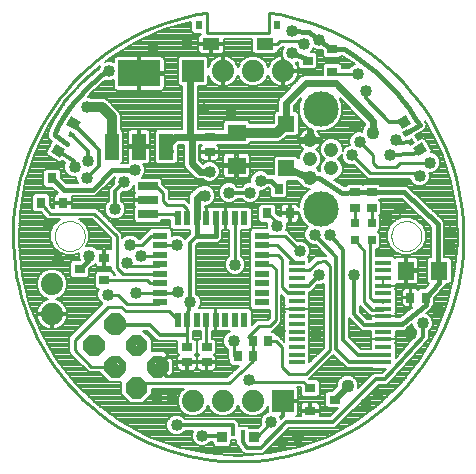
<source format=gtl>
G75*
G70*
%OFA0B0*%
%FSLAX24Y24*%
%IPPOS*%
%LPD*%
%AMOC8*
5,1,8,0,0,1.08239X$1,22.5*
%
%ADD10C,0.0000*%
%ADD11C,0.0100*%
%ADD12R,0.0276X0.0354*%
%ADD13R,0.0354X0.0276*%
%ADD14R,0.0669X0.0276*%
%ADD15R,0.0220X0.0500*%
%ADD16R,0.0500X0.0220*%
%ADD17C,0.0740*%
%ADD18R,0.0177X0.0197*%
%ADD19R,0.0335X0.0354*%
%ADD20R,0.0197X0.0177*%
%ADD21R,0.0354X0.0335*%
%ADD22R,0.0480X0.0880*%
%ADD23R,0.1417X0.0866*%
%ADD24R,0.0630X0.0551*%
%ADD25R,0.0354X0.0315*%
%ADD26R,0.0315X0.0354*%
%ADD27R,0.0551X0.0551*%
%ADD28C,0.0148*%
%ADD29R,0.0550X0.0137*%
%ADD30C,0.0476*%
%ADD31C,0.1181*%
%ADD32R,0.0315X0.0315*%
%ADD33R,0.0551X0.0630*%
%ADD34R,0.0571X0.0413*%
%ADD35R,0.0236X0.0315*%
%ADD36R,0.0740X0.0740*%
%ADD37C,0.0120*%
%ADD38C,0.0160*%
%ADD39C,0.0400*%
%ADD40C,0.0082*%
%ADD41C,0.0240*%
%ADD42C,0.0320*%
%ADD43C,0.0436*%
D10*
X021390Y028500D02*
X021392Y028544D01*
X021398Y028588D01*
X021408Y028631D01*
X021421Y028673D01*
X021438Y028714D01*
X021459Y028753D01*
X021483Y028790D01*
X021510Y028825D01*
X021540Y028857D01*
X021573Y028887D01*
X021609Y028913D01*
X021646Y028937D01*
X021686Y028956D01*
X021727Y028973D01*
X021770Y028985D01*
X021813Y028994D01*
X021857Y028999D01*
X021901Y029000D01*
X021945Y028997D01*
X021989Y028990D01*
X022032Y028979D01*
X022074Y028965D01*
X022114Y028947D01*
X022153Y028925D01*
X022189Y028901D01*
X022223Y028873D01*
X022255Y028842D01*
X022284Y028808D01*
X022310Y028772D01*
X022332Y028734D01*
X022351Y028694D01*
X022366Y028652D01*
X022378Y028610D01*
X022386Y028566D01*
X022390Y028522D01*
X022390Y028478D01*
X022386Y028434D01*
X022378Y028390D01*
X022366Y028348D01*
X022351Y028306D01*
X022332Y028266D01*
X022310Y028228D01*
X022284Y028192D01*
X022255Y028158D01*
X022223Y028127D01*
X022189Y028099D01*
X022153Y028075D01*
X022114Y028053D01*
X022074Y028035D01*
X022032Y028021D01*
X021989Y028010D01*
X021945Y028003D01*
X021901Y028000D01*
X021857Y028001D01*
X021813Y028006D01*
X021770Y028015D01*
X021727Y028027D01*
X021686Y028044D01*
X021646Y028063D01*
X021609Y028087D01*
X021573Y028113D01*
X021540Y028143D01*
X021510Y028175D01*
X021483Y028210D01*
X021459Y028247D01*
X021438Y028286D01*
X021421Y028327D01*
X021408Y028369D01*
X021398Y028412D01*
X021392Y028456D01*
X021390Y028500D01*
X032610Y028500D02*
X032612Y028544D01*
X032618Y028588D01*
X032628Y028631D01*
X032641Y028673D01*
X032658Y028714D01*
X032679Y028753D01*
X032703Y028790D01*
X032730Y028825D01*
X032760Y028857D01*
X032793Y028887D01*
X032829Y028913D01*
X032866Y028937D01*
X032906Y028956D01*
X032947Y028973D01*
X032990Y028985D01*
X033033Y028994D01*
X033077Y028999D01*
X033121Y029000D01*
X033165Y028997D01*
X033209Y028990D01*
X033252Y028979D01*
X033294Y028965D01*
X033334Y028947D01*
X033373Y028925D01*
X033409Y028901D01*
X033443Y028873D01*
X033475Y028842D01*
X033504Y028808D01*
X033530Y028772D01*
X033552Y028734D01*
X033571Y028694D01*
X033586Y028652D01*
X033598Y028610D01*
X033606Y028566D01*
X033610Y028522D01*
X033610Y028478D01*
X033606Y028434D01*
X033598Y028390D01*
X033586Y028348D01*
X033571Y028306D01*
X033552Y028266D01*
X033530Y028228D01*
X033504Y028192D01*
X033475Y028158D01*
X033443Y028127D01*
X033409Y028099D01*
X033373Y028075D01*
X033334Y028053D01*
X033294Y028035D01*
X033252Y028021D01*
X033209Y028010D01*
X033165Y028003D01*
X033121Y028000D01*
X033077Y028001D01*
X033033Y028006D01*
X032990Y028015D01*
X032947Y028027D01*
X032906Y028044D01*
X032866Y028063D01*
X032829Y028087D01*
X032793Y028113D01*
X032760Y028143D01*
X032730Y028175D01*
X032703Y028210D01*
X032679Y028247D01*
X032658Y028286D01*
X032641Y028327D01*
X032628Y028369D01*
X032618Y028412D01*
X032612Y028456D01*
X032610Y028500D01*
D11*
X031950Y028355D02*
X031900Y028250D01*
X031900Y026450D01*
X032016Y026334D01*
X032306Y026300D02*
X032339Y026334D01*
X032339Y026078D02*
X032311Y026050D01*
X031950Y026050D01*
X031700Y026300D01*
X031700Y028005D01*
X031400Y028355D01*
X031400Y028945D02*
X031400Y029444D01*
X031950Y029444D02*
X031950Y028945D01*
X030550Y027500D02*
X030550Y024700D01*
X029750Y023900D01*
X029200Y023900D01*
X028950Y024150D01*
X028950Y024800D01*
X028750Y025000D01*
X028506Y025000D01*
X028550Y025500D02*
X028750Y025700D01*
X028750Y027400D01*
X028600Y027550D01*
X028297Y027550D01*
X028290Y027557D01*
X028290Y027872D02*
X028825Y027872D01*
X028950Y027747D01*
X028950Y026790D01*
X029150Y026590D01*
X029461Y026590D01*
X029461Y027357D02*
X029857Y027357D01*
X030150Y027650D01*
X030393Y027657D01*
X030550Y027500D01*
X029461Y027613D02*
X029387Y027613D01*
X028800Y028200D01*
X028303Y028200D01*
X028290Y028187D01*
X028290Y028502D02*
X029052Y028502D01*
X029550Y028000D01*
X028800Y028850D02*
X028800Y028982D01*
X028476Y029256D01*
X027400Y029103D02*
X027387Y029090D01*
X027400Y029077D01*
X027400Y027550D01*
X026480Y035945D02*
X026118Y035886D01*
X025759Y035810D01*
X025405Y035716D01*
X025055Y035604D01*
X024711Y035476D01*
X024374Y035332D01*
X024044Y035171D01*
X023723Y034994D01*
X023410Y034801D01*
X023107Y034594D01*
X022815Y034372D01*
X022534Y034136D01*
X022265Y033886D01*
X022009Y033624D01*
X021765Y033350D01*
X021535Y033063D01*
X021320Y032767D01*
X021119Y032459D01*
X020933Y032143D01*
X020763Y031818D01*
X020610Y031484D01*
X020472Y031144D01*
X020352Y030798D01*
X020248Y030445D01*
X020162Y030089D01*
X020093Y029728D01*
X020043Y029365D01*
X020009Y028999D01*
X019994Y028633D01*
X019997Y028266D01*
X020017Y027900D01*
X020056Y027535D01*
X020112Y027172D01*
X020186Y026813D01*
X020277Y026457D01*
X020386Y026107D01*
X020511Y025762D01*
X020654Y025424D01*
X020812Y025093D01*
X020987Y024770D01*
X021177Y024456D01*
X021382Y024152D01*
X021602Y023858D01*
X021836Y023575D01*
X022084Y023304D01*
X022344Y023046D01*
X022617Y022800D01*
X022901Y022569D01*
X023197Y022351D01*
X023502Y022148D01*
X023817Y021960D01*
X024141Y021788D01*
X024474Y021631D01*
X024813Y021492D01*
X025158Y021369D01*
X025510Y021263D01*
X025866Y021174D01*
X026226Y021103D01*
X026589Y021049D01*
X026954Y021013D01*
X027321Y020995D01*
X027687Y020995D01*
X028054Y021013D01*
X028419Y021049D01*
X028782Y021103D01*
X029142Y021174D01*
X029498Y021263D01*
X029850Y021369D01*
X030195Y021492D01*
X030534Y021631D01*
X030867Y021788D01*
X031191Y021960D01*
X031506Y022148D01*
X031811Y022351D01*
X032107Y022569D01*
X032391Y022800D01*
X032664Y023046D01*
X032924Y023304D01*
X033172Y023575D01*
X033406Y023858D01*
X033626Y024152D01*
X033831Y024456D01*
X034021Y024770D01*
X034196Y025093D01*
X034354Y025424D01*
X034497Y025762D01*
X034622Y026107D01*
X034731Y026457D01*
X034822Y026813D01*
X034896Y027172D01*
X034952Y027535D01*
X034991Y027900D01*
X035011Y028266D01*
X035014Y028633D01*
X034999Y028999D01*
X034965Y029365D01*
X034915Y029728D01*
X034846Y030089D01*
X034760Y030445D01*
X034656Y030798D01*
X034536Y031144D01*
X034398Y031484D01*
X034245Y031818D01*
X034075Y032143D01*
X033889Y032459D01*
X033688Y032767D01*
X033473Y033063D01*
X033243Y033350D01*
X032999Y033624D01*
X032743Y033886D01*
X032474Y034136D01*
X032193Y034372D01*
X031901Y034594D01*
X031598Y034801D01*
X031285Y034994D01*
X030964Y035171D01*
X030634Y035332D01*
X030297Y035476D01*
X029953Y035604D01*
X029603Y035716D01*
X029249Y035810D01*
X028890Y035886D01*
X028528Y035945D01*
X028528Y035276D01*
X026480Y035276D01*
X026480Y035945D01*
X028396Y034906D02*
X028600Y034900D01*
X028800Y034900D01*
X028900Y035000D01*
X029600Y035000D01*
X029700Y034900D01*
X030644Y033976D02*
X030770Y033900D01*
X031500Y033900D01*
X031550Y031650D02*
X032000Y031200D01*
X032000Y030925D01*
X032125Y030800D01*
X032750Y030800D01*
X032900Y030950D01*
X033900Y030950D01*
X033450Y030600D02*
X033550Y030500D01*
X033450Y030600D02*
X031900Y030600D01*
X031300Y031200D01*
X025800Y029400D02*
X025800Y029103D01*
X025813Y029090D01*
X025800Y029400D02*
X025650Y029550D01*
X025125Y029550D01*
X025000Y029675D01*
X025000Y029950D01*
X024778Y030172D01*
X024500Y030172D01*
X024500Y029228D02*
X025360Y029228D01*
X025498Y029090D01*
X024910Y028502D02*
X024598Y028502D01*
X024300Y028200D01*
X023900Y028200D01*
X024250Y027850D02*
X024888Y027850D01*
X024910Y027872D01*
X024910Y027557D02*
X024853Y027500D01*
X023900Y027500D01*
X023800Y027600D01*
X023450Y027450D02*
X023657Y027243D01*
X024910Y027243D01*
X024888Y026950D02*
X024910Y026928D01*
X024888Y026950D02*
X024550Y026950D01*
X024474Y027026D01*
X023044Y027026D01*
X023150Y026550D02*
X023500Y026550D01*
X023800Y026250D01*
X024862Y026250D01*
X024874Y026252D01*
X024886Y026256D01*
X024896Y026264D01*
X024904Y026274D01*
X024908Y026286D01*
X024910Y026298D01*
X024910Y026613D02*
X024113Y026613D01*
X024100Y026600D01*
X023600Y026150D02*
X023750Y026000D01*
X025200Y026000D01*
X025300Y025900D01*
X025488Y025700D01*
X025498Y025710D01*
X025813Y025710D02*
X025813Y025200D01*
X025813Y024819D01*
X025800Y024806D01*
X026443Y024813D02*
X026443Y025710D01*
X026443Y024813D02*
X026450Y024806D01*
X027350Y025000D02*
X027350Y024500D01*
X027494Y024500D01*
X028000Y024494D02*
X028000Y024350D01*
X027200Y023600D01*
X025100Y023600D01*
X024236Y023586D01*
X024114Y023436D01*
X023407Y024143D02*
X022607Y024143D01*
X022050Y024700D01*
X022050Y025050D01*
X023150Y026150D01*
X023600Y026150D01*
X024910Y026613D02*
X025463Y026613D01*
X025500Y026650D01*
X025437Y028187D02*
X024910Y028187D01*
X025437Y028187D02*
X025450Y028200D01*
X023450Y028500D02*
X023450Y027450D01*
X023450Y028500D02*
X022700Y029250D01*
X021220Y029250D01*
X020926Y029606D01*
X027844Y025144D02*
X028200Y025500D01*
X028550Y025500D01*
X027994Y025000D02*
X027844Y025144D01*
X027994Y025000D02*
X028006Y024500D01*
X028000Y024494D01*
X027850Y023700D02*
X028000Y023650D01*
X029680Y023650D01*
X029906Y023424D01*
X028600Y022300D02*
X028170Y021820D01*
X028020Y021800D01*
D12*
X028006Y024500D03*
X027994Y025000D03*
X028506Y025000D03*
X027494Y024500D03*
X033244Y026450D03*
X033756Y026450D03*
D13*
X031950Y029444D03*
X031950Y029956D03*
X031400Y029956D03*
X031400Y029444D03*
X026550Y031294D03*
X026550Y031806D03*
X026450Y024806D03*
X026450Y024294D03*
X025800Y024294D03*
X025800Y024806D03*
D14*
X024500Y029228D03*
X024500Y029700D03*
X024500Y030172D03*
D15*
X025498Y029090D03*
X025813Y029090D03*
X026128Y029090D03*
X026443Y029090D03*
X026757Y029090D03*
X027072Y029090D03*
X027387Y029090D03*
X027702Y029090D03*
X027702Y025710D03*
X027387Y025710D03*
X027072Y025710D03*
X026757Y025710D03*
X026443Y025710D03*
X026128Y025710D03*
X025813Y025710D03*
X025498Y025710D03*
D16*
X024910Y026298D03*
X024910Y026613D03*
X024910Y026928D03*
X024910Y027243D03*
X024910Y027557D03*
X024910Y027872D03*
X024910Y028187D03*
X024910Y028502D03*
X028290Y028502D03*
X028290Y028187D03*
X028290Y027872D03*
X028290Y027557D03*
X028290Y027243D03*
X028290Y026928D03*
X028290Y026613D03*
X028290Y026298D03*
D17*
X028000Y023000D03*
X027000Y023000D03*
X026000Y023000D03*
X021300Y025900D03*
X021300Y026900D03*
X027000Y034000D03*
X028000Y034000D03*
X029000Y034000D03*
D18*
X027669Y021938D03*
X027331Y021938D03*
D19*
X026972Y021800D03*
X028020Y021800D03*
D20*
G36*
X033393Y031607D02*
X033225Y031509D01*
X033137Y031661D01*
X033305Y031759D01*
X033393Y031607D01*
G37*
G36*
X033224Y031901D02*
X033056Y031803D01*
X032968Y031955D01*
X033136Y032053D01*
X033224Y031901D01*
G37*
G36*
X021914Y032003D02*
X022082Y031905D01*
X021994Y031753D01*
X021826Y031851D01*
X021914Y032003D01*
G37*
G36*
X021745Y031709D02*
X021913Y031611D01*
X021825Y031459D01*
X021657Y031557D01*
X021745Y031709D01*
G37*
D21*
G36*
X021421Y031583D02*
X021726Y031406D01*
X021559Y031117D01*
X021254Y031294D01*
X021421Y031583D01*
G37*
G36*
X021945Y032490D02*
X022250Y032313D01*
X022083Y032024D01*
X021778Y032201D01*
X021945Y032490D01*
G37*
G36*
X033276Y032244D02*
X032971Y032067D01*
X032804Y032356D01*
X033109Y032533D01*
X033276Y032244D01*
G37*
G36*
X033800Y031337D02*
X033495Y031160D01*
X033328Y031449D01*
X033633Y031626D01*
X033800Y031337D01*
G37*
D22*
X025110Y031480D03*
X024200Y031480D03*
X023290Y031480D03*
D23*
X024200Y033920D03*
D24*
X027450Y031951D03*
X027450Y030849D03*
D25*
X023044Y027774D03*
X023044Y027026D03*
X022217Y027400D03*
X029906Y023424D03*
X029906Y022676D03*
X030733Y023050D03*
X030644Y033976D03*
X030644Y034724D03*
X029817Y034350D03*
D26*
X028850Y030083D03*
X028476Y029256D03*
X029224Y029256D03*
X021674Y029606D03*
X020926Y029606D03*
X021300Y030433D03*
D27*
X029100Y030752D03*
X029100Y032248D03*
D28*
X023456Y025336D02*
X023530Y025262D01*
X023284Y025262D01*
X023112Y025434D01*
X023112Y025680D01*
X023284Y025852D01*
X023530Y025852D01*
X023702Y025680D01*
X023702Y025434D01*
X023530Y025262D01*
X023484Y025373D01*
X023330Y025373D01*
X023223Y025480D01*
X023223Y025634D01*
X023330Y025741D01*
X023484Y025741D01*
X023591Y025634D01*
X023591Y025480D01*
X023484Y025373D01*
X023438Y025484D01*
X023376Y025484D01*
X023334Y025526D01*
X023334Y025588D01*
X023376Y025630D01*
X023438Y025630D01*
X023480Y025588D01*
X023480Y025526D01*
X023438Y025484D01*
X024163Y024629D02*
X024237Y024555D01*
X023991Y024555D01*
X023819Y024727D01*
X023819Y024973D01*
X023991Y025145D01*
X024237Y025145D01*
X024409Y024973D01*
X024409Y024727D01*
X024237Y024555D01*
X024191Y024666D01*
X024037Y024666D01*
X023930Y024773D01*
X023930Y024927D01*
X024037Y025034D01*
X024191Y025034D01*
X024298Y024927D01*
X024298Y024773D01*
X024191Y024666D01*
X024145Y024777D01*
X024083Y024777D01*
X024041Y024819D01*
X024041Y024881D01*
X024083Y024923D01*
X024145Y024923D01*
X024187Y024881D01*
X024187Y024819D01*
X024145Y024777D01*
X024870Y023922D02*
X024944Y023848D01*
X024698Y023848D01*
X024526Y024020D01*
X024526Y024266D01*
X024698Y024438D01*
X024944Y024438D01*
X025116Y024266D01*
X025116Y024020D01*
X024944Y023848D01*
X024898Y023959D01*
X024744Y023959D01*
X024637Y024066D01*
X024637Y024220D01*
X024744Y024327D01*
X024898Y024327D01*
X025005Y024220D01*
X025005Y024066D01*
X024898Y023959D01*
X024852Y024070D01*
X024790Y024070D01*
X024748Y024112D01*
X024748Y024174D01*
X024790Y024216D01*
X024852Y024216D01*
X024894Y024174D01*
X024894Y024112D01*
X024852Y024070D01*
X024163Y023215D02*
X024237Y023141D01*
X023991Y023141D01*
X023819Y023313D01*
X023819Y023559D01*
X023991Y023731D01*
X024237Y023731D01*
X024409Y023559D01*
X024409Y023313D01*
X024237Y023141D01*
X024191Y023252D01*
X024037Y023252D01*
X023930Y023359D01*
X023930Y023513D01*
X024037Y023620D01*
X024191Y023620D01*
X024298Y023513D01*
X024298Y023359D01*
X024191Y023252D01*
X024145Y023363D01*
X024083Y023363D01*
X024041Y023405D01*
X024041Y023467D01*
X024083Y023509D01*
X024145Y023509D01*
X024187Y023467D01*
X024187Y023405D01*
X024145Y023363D01*
X023456Y023922D02*
X023530Y023848D01*
X023284Y023848D01*
X023112Y024020D01*
X023112Y024266D01*
X023284Y024438D01*
X023530Y024438D01*
X023702Y024266D01*
X023702Y024020D01*
X023530Y023848D01*
X023484Y023959D01*
X023330Y023959D01*
X023223Y024066D01*
X023223Y024220D01*
X023330Y024327D01*
X023484Y024327D01*
X023591Y024220D01*
X023591Y024066D01*
X023484Y023959D01*
X023438Y024070D01*
X023376Y024070D01*
X023334Y024112D01*
X023334Y024174D01*
X023376Y024216D01*
X023438Y024216D01*
X023480Y024174D01*
X023480Y024112D01*
X023438Y024070D01*
X022749Y024629D02*
X022823Y024555D01*
X022577Y024555D01*
X022405Y024727D01*
X022405Y024973D01*
X022577Y025145D01*
X022823Y025145D01*
X022995Y024973D01*
X022995Y024727D01*
X022823Y024555D01*
X022777Y024666D01*
X022623Y024666D01*
X022516Y024773D01*
X022516Y024927D01*
X022623Y025034D01*
X022777Y025034D01*
X022884Y024927D01*
X022884Y024773D01*
X022777Y024666D01*
X022731Y024777D01*
X022669Y024777D01*
X022627Y024819D01*
X022627Y024881D01*
X022669Y024923D01*
X022731Y024923D01*
X022773Y024881D01*
X022773Y024819D01*
X022731Y024777D01*
D29*
X029461Y024798D03*
X029461Y024543D03*
X029461Y024287D03*
X029461Y025054D03*
X029461Y025310D03*
X029461Y025566D03*
X029461Y025822D03*
X029461Y026078D03*
X029461Y026334D03*
X029461Y026590D03*
X029461Y026846D03*
X029461Y027102D03*
X029461Y027357D03*
X029461Y027613D03*
X032339Y027613D03*
X032339Y027357D03*
X032339Y027102D03*
X032339Y026846D03*
X032339Y026590D03*
X032339Y026334D03*
X032339Y026078D03*
X032339Y025822D03*
X032339Y025566D03*
X032339Y025310D03*
X032339Y025054D03*
X032339Y024798D03*
X032339Y024543D03*
X032339Y024287D03*
D30*
X029896Y030440D03*
X030604Y030755D03*
X029896Y031070D03*
X029896Y031700D03*
X030604Y031385D03*
D31*
X030250Y032724D03*
X030250Y029416D03*
D32*
X031400Y028945D03*
X031950Y028945D03*
X031950Y028355D03*
X031400Y028355D03*
D33*
X033099Y027350D03*
X034201Y027350D03*
D34*
X028396Y034906D03*
X026604Y034906D03*
D35*
X026201Y035544D03*
X028799Y035544D03*
D36*
X026000Y034000D03*
X029000Y023000D03*
D37*
X029100Y022300D02*
X030650Y022300D01*
X032100Y023750D01*
X032400Y023750D01*
X033650Y025150D01*
X033650Y025600D01*
X032339Y025566D02*
X032323Y025550D01*
X031700Y025550D01*
X031350Y025900D01*
X031350Y027200D01*
X030750Y027800D02*
X030050Y028550D01*
X030550Y028550D02*
X030850Y028200D01*
X031000Y028050D01*
X031000Y025050D01*
X031507Y024543D01*
X032339Y024543D01*
X032339Y024287D02*
X031213Y024287D01*
X030750Y024750D01*
X030750Y027800D01*
X030200Y027200D02*
X029854Y026846D01*
X029461Y026846D01*
X029465Y026850D01*
X032016Y026334D02*
X032339Y026334D01*
X027900Y029950D02*
X027200Y029950D01*
X026128Y028500D02*
X025913Y028285D01*
X025913Y026300D01*
X025813Y025710D01*
X025813Y025200D02*
X024900Y025200D01*
X024550Y025550D01*
X023414Y025550D01*
X023407Y025557D01*
X025450Y022200D02*
X027331Y022200D01*
X027331Y021938D01*
X027650Y021957D02*
X027650Y021650D01*
X027800Y021450D01*
X028250Y021450D01*
X029100Y022300D01*
X028020Y021800D02*
X027950Y021800D01*
X027669Y021938D02*
X027650Y021957D01*
X026972Y021800D02*
X026822Y021850D01*
X026300Y021850D01*
X023400Y029400D02*
X023400Y030000D01*
X023700Y030300D01*
X022850Y030850D02*
X022850Y031371D01*
X022014Y032257D01*
X021954Y031878D02*
X022500Y031332D01*
X022500Y031000D01*
X022850Y030850D02*
X022450Y030450D01*
X022050Y030800D02*
X022040Y031000D01*
X021490Y031350D01*
X029817Y034350D02*
X029800Y034400D01*
X031750Y033350D02*
X031750Y033100D01*
X032540Y032310D01*
X033040Y032300D01*
X032750Y031700D02*
X032881Y031600D01*
X033265Y031634D01*
X033564Y031393D02*
X033371Y031250D01*
X032550Y031200D01*
D38*
X033096Y031928D02*
X033550Y032200D01*
X033044Y029956D02*
X031950Y029956D01*
X031400Y029956D01*
X030956Y029950D01*
X030500Y030250D01*
X030210Y030440D01*
X029896Y030440D01*
X028850Y030083D02*
X028583Y030350D01*
X028250Y030350D01*
X031026Y034724D02*
X031306Y034553D01*
X031578Y034369D01*
X031841Y034173D01*
X032094Y033964D01*
X032337Y033743D01*
X032569Y033511D01*
X032790Y033268D01*
X032999Y033015D01*
X033195Y032752D01*
X033379Y032480D01*
X033550Y032200D01*
X033044Y029956D02*
X034150Y028900D01*
X034150Y027451D01*
X034201Y027350D01*
X034201Y026945D01*
X033756Y026450D01*
X033756Y026206D01*
X032966Y025566D01*
X032339Y025566D01*
X026750Y028500D02*
X026750Y029090D01*
X026757Y029090D01*
X026750Y028500D02*
X026128Y028500D01*
X026128Y029090D01*
X021400Y031950D02*
X021512Y032171D01*
X021634Y032386D01*
X021766Y032596D01*
X021909Y032799D01*
X022060Y032995D01*
X022221Y033183D01*
X022391Y033364D01*
X022569Y033536D01*
X022755Y033700D01*
X022949Y033854D01*
X023150Y034000D01*
X023200Y034000D01*
X021400Y031950D02*
X021385Y031865D01*
X021785Y031584D01*
X021300Y030433D02*
X021683Y030050D01*
X022650Y030050D01*
X023300Y030700D01*
X024050Y030700D01*
X022539Y027839D02*
X022500Y027683D01*
X022217Y027400D01*
X029300Y034600D02*
X029800Y034400D01*
X030200Y035050D02*
X030576Y034774D01*
X030644Y034724D01*
X031026Y034724D01*
X030200Y035050D02*
X029850Y035300D01*
X029300Y035350D01*
D39*
X029300Y035350D03*
X029700Y034900D03*
X029300Y034600D03*
X030200Y035050D03*
X031500Y033900D03*
X031750Y033350D03*
X031400Y032150D03*
X031550Y031650D03*
X031300Y031200D03*
X032550Y031200D03*
X032750Y031700D03*
X033900Y030950D03*
X033550Y030500D03*
X032900Y029400D03*
X032450Y029150D03*
X030550Y028550D03*
X030050Y028550D03*
X029550Y028000D03*
X030200Y027200D03*
X031350Y027200D03*
X033650Y025600D03*
X033250Y025250D03*
X034150Y026050D03*
X034550Y028150D03*
X034550Y028650D03*
X030100Y025250D03*
X028900Y025350D03*
X027350Y025000D03*
X027850Y023700D03*
X028600Y022300D03*
X028950Y021650D03*
X029500Y021800D03*
X031750Y022900D03*
X032150Y023250D03*
X026300Y021850D03*
X025450Y022200D03*
X025300Y023150D03*
X024800Y023150D03*
X025913Y026300D03*
X025500Y026650D03*
X024100Y026600D03*
X023150Y026550D03*
X023800Y027600D03*
X024250Y027850D03*
X023900Y028200D03*
X022539Y027839D03*
X021500Y027700D03*
X021150Y028900D03*
X022450Y030450D03*
X022050Y030800D03*
X022500Y031000D03*
X023700Y030300D03*
X024050Y030700D03*
X023400Y029400D03*
X025450Y028200D03*
X027400Y027550D03*
X028800Y028850D03*
X027900Y029950D03*
X028250Y030350D03*
X027200Y029950D03*
X026400Y029850D03*
X026550Y030650D03*
X026350Y032750D03*
X027250Y032650D03*
X024650Y034800D03*
X025800Y034950D03*
X023200Y034000D03*
X022450Y032800D03*
D40*
X024524Y021818D02*
X025484Y021468D01*
X026484Y021255D01*
X027504Y021184D01*
X028524Y021255D01*
X029524Y021468D01*
X030484Y021818D01*
X031386Y022298D01*
X032213Y022900D01*
X032948Y023610D01*
X033576Y024416D01*
X034087Y025302D01*
X034468Y026250D01*
X034468Y026250D01*
X034714Y027243D01*
X034820Y028259D01*
X034783Y029281D01*
X034603Y030287D01*
X034286Y031259D01*
X033836Y032177D01*
X033719Y032349D01*
X033740Y032312D01*
X033787Y032235D01*
X033786Y032233D01*
X033787Y032231D01*
X033764Y032145D01*
X033742Y032058D01*
X033740Y032056D01*
X033740Y032054D01*
X033662Y032010D01*
X033412Y031859D01*
X033498Y031711D01*
X033614Y031778D01*
X033726Y031748D01*
X033952Y031357D01*
X033935Y031291D01*
X033968Y031291D01*
X034093Y031239D01*
X034189Y031143D01*
X034241Y031018D01*
X034241Y030882D01*
X034189Y030757D01*
X034093Y030661D01*
X033968Y030609D01*
X033874Y030609D01*
X033891Y030568D01*
X033891Y030432D01*
X033839Y030307D01*
X033743Y030211D01*
X033618Y030159D01*
X033482Y030159D01*
X033357Y030211D01*
X033261Y030307D01*
X033219Y030409D01*
X031821Y030409D01*
X031709Y030521D01*
X031370Y030860D01*
X031368Y030859D01*
X031232Y030859D01*
X031107Y030911D01*
X031011Y031007D01*
X030959Y031132D01*
X030959Y031251D01*
X030926Y031170D01*
X030826Y031070D01*
X030926Y030970D01*
X030983Y030830D01*
X030983Y030680D01*
X030926Y030540D01*
X030819Y030434D01*
X030699Y030384D01*
X031021Y030172D01*
X031103Y030173D01*
X031164Y030235D01*
X031636Y030235D01*
X031675Y030195D01*
X031714Y030235D01*
X032186Y030235D01*
X032243Y030177D01*
X033042Y030177D01*
X033131Y030179D01*
X033133Y030177D01*
X033136Y030177D01*
X033199Y030114D01*
X034239Y029121D01*
X034242Y029121D01*
X034304Y029058D01*
X034369Y028997D01*
X034369Y028994D01*
X034371Y028992D01*
X034371Y028903D01*
X034373Y028814D01*
X034371Y028811D01*
X034371Y027806D01*
X034535Y027806D01*
X034618Y027723D01*
X034618Y026977D01*
X034535Y026894D01*
X034425Y026894D01*
X034427Y026866D01*
X034422Y026861D01*
X034422Y026854D01*
X034362Y026793D01*
X034035Y026430D01*
X034035Y026214D01*
X033977Y026157D01*
X033977Y026114D01*
X033968Y026105D01*
X033966Y026092D01*
X033904Y026041D01*
X033847Y025985D01*
X033834Y025985D01*
X033759Y025924D01*
X033843Y025889D01*
X033939Y025793D01*
X033991Y025668D01*
X033991Y025532D01*
X033939Y025407D01*
X033851Y025319D01*
X033851Y025156D01*
X033855Y025078D01*
X033851Y025073D01*
X033851Y025067D01*
X033796Y025012D01*
X032601Y023673D01*
X032601Y023667D01*
X032546Y023612D01*
X032494Y023554D01*
X032488Y023554D01*
X032483Y023549D01*
X032406Y023549D01*
X032328Y023545D01*
X032323Y023549D01*
X032183Y023549D01*
X030733Y022099D01*
X029183Y022099D01*
X028333Y021249D01*
X027867Y021249D01*
X027854Y021239D01*
X027786Y021249D01*
X027717Y021249D01*
X027705Y021260D01*
X027689Y021263D01*
X027648Y021318D01*
X027599Y021367D01*
X027599Y021383D01*
X027498Y021518D01*
X027449Y021567D01*
X027449Y021583D01*
X027439Y021596D01*
X027449Y021664D01*
X027449Y021698D01*
X027281Y021698D01*
X027281Y021564D01*
X027198Y021482D01*
X026747Y021482D01*
X026664Y021564D01*
X026664Y021649D01*
X026581Y021649D01*
X026493Y021561D01*
X026368Y021509D01*
X026232Y021509D01*
X026107Y021561D01*
X026011Y021657D01*
X025959Y021782D01*
X025959Y021918D01*
X025993Y021999D01*
X025731Y021999D01*
X025643Y021911D01*
X025518Y021859D01*
X025382Y021859D01*
X025257Y021911D01*
X025161Y022007D01*
X025109Y022132D01*
X025109Y022268D01*
X025161Y022393D01*
X025257Y022489D01*
X025382Y022541D01*
X025518Y022541D01*
X025643Y022489D01*
X025731Y022401D01*
X027414Y022401D01*
X027532Y022283D01*
X027532Y022177D01*
X027816Y022177D01*
X027875Y022118D01*
X028181Y022118D01*
X028267Y022214D01*
X028259Y022232D01*
X028259Y022368D01*
X028311Y022493D01*
X028407Y022589D01*
X028489Y022623D01*
X028489Y022845D01*
X028433Y022711D01*
X028289Y022567D01*
X028102Y022489D01*
X027898Y022489D01*
X027711Y022567D01*
X027567Y022711D01*
X027500Y022872D01*
X027433Y022711D01*
X027289Y022567D01*
X027102Y022489D01*
X026898Y022489D01*
X026711Y022567D01*
X026567Y022711D01*
X026500Y022872D01*
X026433Y022711D01*
X026289Y022567D01*
X026102Y022489D01*
X025898Y022489D01*
X025711Y022567D01*
X025567Y022711D01*
X025489Y022898D01*
X022797Y022898D01*
X022795Y022900D02*
X022060Y023610D01*
X021431Y024416D01*
X020921Y025302D01*
X020539Y026250D01*
X020293Y027243D01*
X020188Y028259D01*
X020225Y029281D01*
X020404Y030287D01*
X020722Y031259D01*
X021172Y032177D01*
X021745Y033023D01*
X022431Y033781D01*
X022904Y034176D01*
X022859Y034068D01*
X022732Y033981D01*
X022732Y033981D01*
X022203Y033504D01*
X021741Y032963D01*
X021354Y032366D01*
X021226Y032098D01*
X021199Y032079D01*
X021188Y032018D01*
X021161Y031962D01*
X021168Y031942D01*
X021151Y031917D01*
X021160Y031866D01*
X021151Y031815D01*
X021175Y031779D01*
X021183Y031737D01*
X021226Y031707D01*
X021255Y031664D01*
X021298Y031656D01*
X021299Y031655D01*
X021102Y031314D01*
X021132Y031201D01*
X021540Y030965D01*
X021653Y030995D01*
X021658Y031005D01*
X021743Y030951D01*
X021709Y030868D01*
X021709Y030732D01*
X021761Y030607D01*
X021857Y030511D01*
X021982Y030459D01*
X022109Y030459D01*
X022109Y030382D01*
X022155Y030271D01*
X021775Y030271D01*
X021598Y030447D01*
X021598Y030669D01*
X021516Y030751D01*
X021084Y030751D01*
X021002Y030669D01*
X021002Y030198D01*
X021084Y030115D01*
X021306Y030115D01*
X021462Y029958D01*
X021496Y029924D01*
X021462Y029915D01*
X021430Y029896D01*
X021404Y029870D01*
X021385Y029838D01*
X021376Y029802D01*
X021376Y029644D01*
X021636Y029644D01*
X021636Y029569D01*
X021376Y029569D01*
X021376Y029441D01*
X021310Y029441D01*
X021224Y029544D01*
X021224Y029842D01*
X021142Y029924D01*
X020710Y029924D01*
X020628Y029842D01*
X020628Y029371D01*
X020710Y029288D01*
X020941Y029288D01*
X021029Y029181D01*
X021029Y029171D01*
X021078Y029121D01*
X021123Y029067D01*
X021133Y029066D01*
X021141Y029059D01*
X021211Y029059D01*
X021280Y029052D01*
X021288Y029059D01*
X021565Y029059D01*
X021527Y029043D01*
X021347Y028863D01*
X021249Y028628D01*
X021249Y028372D01*
X020192Y028372D01*
X020189Y028292D02*
X021283Y028292D01*
X021316Y028211D02*
X020193Y028211D01*
X020201Y028131D02*
X021353Y028131D01*
X021347Y028137D02*
X021527Y027957D01*
X021762Y027859D01*
X022018Y027859D01*
X022212Y027939D01*
X022198Y027907D01*
X022198Y027772D01*
X022221Y027717D01*
X022203Y027698D01*
X021981Y027698D01*
X021899Y027616D01*
X021899Y027184D01*
X021981Y027102D01*
X022452Y027102D01*
X022535Y027184D01*
X022535Y027406D01*
X022637Y027507D01*
X022655Y027518D01*
X022733Y027550D01*
X022739Y027556D01*
X022754Y027530D01*
X022780Y027504D01*
X022812Y027485D01*
X022848Y027476D01*
X023006Y027476D01*
X023006Y027736D01*
X023081Y027736D01*
X023081Y027476D01*
X023239Y027476D01*
X023259Y027481D01*
X023259Y027371D01*
X023371Y027259D01*
X023413Y027217D01*
X023362Y027217D01*
X023362Y027242D01*
X023279Y027324D01*
X022808Y027324D01*
X022726Y027242D01*
X022726Y026810D01*
X022808Y026728D01*
X022854Y026728D01*
X022809Y026618D01*
X022809Y026482D01*
X022861Y026357D01*
X022957Y026261D01*
X022981Y026251D01*
X022959Y026229D01*
X021859Y025129D01*
X021859Y024621D01*
X021971Y024509D01*
X022528Y023952D01*
X022896Y023952D01*
X022896Y023931D01*
X023195Y023632D01*
X023603Y023632D01*
X023603Y023224D01*
X023903Y022925D01*
X024326Y022925D01*
X024625Y023224D01*
X024625Y023401D01*
X025102Y023409D01*
X025686Y023409D01*
X025567Y023289D01*
X025489Y023102D01*
X025489Y022898D01*
X025489Y022979D02*
X024380Y022979D01*
X024460Y023059D02*
X025489Y023059D01*
X025505Y023140D02*
X024541Y023140D01*
X024621Y023220D02*
X025538Y023220D01*
X025578Y023301D02*
X024625Y023301D01*
X024625Y023381D02*
X025658Y023381D01*
X025522Y022818D02*
X022908Y022818D01*
X023018Y022737D02*
X025556Y022737D01*
X025621Y022657D02*
X023129Y022657D01*
X023240Y022576D02*
X025701Y022576D01*
X025628Y022496D02*
X025883Y022496D01*
X025717Y022415D02*
X028279Y022415D01*
X028259Y022335D02*
X027480Y022335D01*
X027532Y022254D02*
X028259Y022254D01*
X028230Y022174D02*
X027820Y022174D01*
X027883Y022496D02*
X027117Y022496D01*
X027299Y022576D02*
X027701Y022576D01*
X027621Y022657D02*
X027379Y022657D01*
X027444Y022737D02*
X027556Y022737D01*
X027522Y022818D02*
X027478Y022818D01*
X026883Y022496D02*
X026117Y022496D01*
X026299Y022576D02*
X026701Y022576D01*
X026621Y022657D02*
X026379Y022657D01*
X026444Y022737D02*
X026556Y022737D01*
X026522Y022818D02*
X026478Y022818D01*
X025965Y021932D02*
X025664Y021932D01*
X025959Y021852D02*
X024461Y021852D01*
X024524Y021818D02*
X023622Y022298D01*
X022795Y022900D01*
X022713Y022979D02*
X023849Y022979D01*
X023768Y023059D02*
X022630Y023059D01*
X022547Y023140D02*
X023688Y023140D01*
X023607Y023220D02*
X022464Y023220D01*
X022380Y023301D02*
X023603Y023301D01*
X023603Y023381D02*
X022297Y023381D01*
X022214Y023462D02*
X023603Y023462D01*
X023603Y023542D02*
X022131Y023542D01*
X022051Y023623D02*
X023603Y023623D01*
X023124Y023703D02*
X021988Y023703D01*
X021925Y023784D02*
X023044Y023784D01*
X022963Y023864D02*
X021862Y023864D01*
X021799Y023945D02*
X022896Y023945D01*
X022455Y024025D02*
X021737Y024025D01*
X021674Y024106D02*
X022374Y024106D01*
X022294Y024186D02*
X021611Y024186D01*
X021548Y024267D02*
X022213Y024267D01*
X022133Y024347D02*
X021486Y024347D01*
X021425Y024428D02*
X022052Y024428D01*
X021972Y024508D02*
X021379Y024508D01*
X021332Y024589D02*
X021891Y024589D01*
X021859Y024669D02*
X021286Y024669D01*
X021240Y024750D02*
X021859Y024750D01*
X021859Y024830D02*
X021193Y024830D01*
X021147Y024911D02*
X021859Y024911D01*
X021859Y024991D02*
X021100Y024991D01*
X021054Y025072D02*
X021859Y025072D01*
X021882Y025152D02*
X021008Y025152D01*
X020961Y025233D02*
X021962Y025233D01*
X022043Y025313D02*
X020917Y025313D01*
X020884Y025394D02*
X021231Y025394D01*
X021259Y025394D02*
X021341Y025394D01*
X021341Y025389D02*
X021420Y025402D01*
X021496Y025426D01*
X021568Y025463D01*
X021633Y025510D01*
X021690Y025567D01*
X021737Y025632D01*
X021774Y025704D01*
X021798Y025780D01*
X021811Y025859D01*
X021341Y025859D01*
X021341Y025941D01*
X021811Y025941D01*
X021798Y026020D01*
X021774Y026096D01*
X021737Y026168D01*
X021690Y026233D01*
X021633Y026290D01*
X021568Y026337D01*
X021496Y026374D01*
X021422Y026398D01*
X021589Y026467D01*
X021733Y026611D01*
X021811Y026798D01*
X021811Y027002D01*
X021733Y027189D01*
X021589Y027333D01*
X021402Y027411D01*
X021198Y027411D01*
X021011Y027333D01*
X020867Y027189D01*
X020789Y027002D01*
X020789Y026798D01*
X020867Y026611D01*
X021011Y026467D01*
X021178Y026398D01*
X021104Y026374D01*
X021032Y026337D01*
X020967Y026290D01*
X020910Y026233D01*
X020863Y026168D01*
X020826Y026096D01*
X020802Y026020D01*
X020789Y025941D01*
X021259Y025941D01*
X021259Y025859D01*
X020789Y025859D01*
X020802Y025780D01*
X020826Y025704D01*
X020863Y025632D01*
X020910Y025567D01*
X020967Y025510D01*
X021032Y025463D01*
X021104Y025426D01*
X021180Y025402D01*
X021259Y025389D01*
X021259Y025859D01*
X021341Y025859D01*
X021341Y025389D01*
X021369Y025394D02*
X022123Y025394D01*
X022204Y025474D02*
X021583Y025474D01*
X021677Y025555D02*
X022284Y025555D01*
X022365Y025635D02*
X021739Y025635D01*
X021777Y025716D02*
X022445Y025716D01*
X022526Y025796D02*
X021801Y025796D01*
X021808Y025957D02*
X022687Y025957D01*
X022767Y026038D02*
X021793Y026038D01*
X021762Y026118D02*
X022848Y026118D01*
X022928Y026199D02*
X021715Y026199D01*
X021644Y026279D02*
X022939Y026279D01*
X022860Y026360D02*
X021524Y026360D01*
X021525Y026440D02*
X022826Y026440D01*
X022809Y026521D02*
X021643Y026521D01*
X021724Y026601D02*
X022809Y026601D01*
X022835Y026682D02*
X021763Y026682D01*
X021796Y026762D02*
X022774Y026762D01*
X022726Y026843D02*
X021811Y026843D01*
X021811Y026923D02*
X022726Y026923D01*
X022726Y027004D02*
X021810Y027004D01*
X021777Y027084D02*
X022726Y027084D01*
X022726Y027165D02*
X022516Y027165D01*
X022535Y027245D02*
X022729Y027245D01*
X022535Y027326D02*
X023304Y027326D01*
X023259Y027406D02*
X022536Y027406D01*
X022616Y027487D02*
X022810Y027487D01*
X023006Y027487D02*
X023081Y027487D01*
X023081Y027567D02*
X023006Y027567D01*
X023006Y027648D02*
X023081Y027648D01*
X023081Y027728D02*
X023006Y027728D01*
X023006Y027812D02*
X023006Y028072D01*
X022848Y028072D01*
X022812Y028063D01*
X022803Y028058D01*
X022733Y028128D01*
X022607Y028180D01*
X022472Y028180D01*
X022447Y028170D01*
X022531Y028372D01*
X023259Y028372D01*
X023259Y028421D02*
X022621Y029059D01*
X022215Y029059D01*
X022253Y029043D01*
X022433Y028863D01*
X022531Y028628D01*
X022531Y028372D01*
X022531Y028453D02*
X023227Y028453D01*
X023259Y028421D02*
X023259Y028067D01*
X023239Y028072D01*
X023081Y028072D01*
X023081Y027812D01*
X023006Y027812D01*
X023006Y027889D02*
X023081Y027889D01*
X023081Y027970D02*
X023006Y027970D01*
X023006Y028050D02*
X023081Y028050D01*
X023259Y028131D02*
X022727Y028131D01*
X022464Y028211D02*
X023259Y028211D01*
X023259Y028292D02*
X022497Y028292D01*
X022531Y028533D02*
X023147Y028533D01*
X023066Y028614D02*
X022531Y028614D01*
X022503Y028694D02*
X022986Y028694D01*
X022905Y028775D02*
X022470Y028775D01*
X022437Y028855D02*
X022825Y028855D01*
X022744Y028936D02*
X022361Y028936D01*
X022280Y029016D02*
X022664Y029016D01*
X022963Y029258D02*
X023090Y029258D01*
X023111Y029207D02*
X023059Y029332D01*
X023059Y029468D01*
X023111Y029593D01*
X023199Y029681D01*
X023199Y030083D01*
X023359Y030243D01*
X023359Y030368D01*
X023405Y030479D01*
X023392Y030479D01*
X022742Y029829D01*
X021965Y029829D01*
X021972Y029802D01*
X021972Y029644D01*
X021712Y029644D01*
X021712Y029569D01*
X021972Y029569D01*
X021972Y029441D01*
X022779Y029441D01*
X022891Y029329D01*
X023641Y028579D01*
X023641Y028423D01*
X023707Y028489D01*
X023832Y028541D01*
X023968Y028541D01*
X024093Y028489D01*
X024189Y028393D01*
X024190Y028391D01*
X024220Y028391D01*
X024407Y028581D01*
X024407Y028581D01*
X024462Y028637D01*
X024517Y028693D01*
X024518Y028693D01*
X024519Y028693D01*
X024542Y028693D01*
X024602Y028753D01*
X025218Y028753D01*
X025301Y028671D01*
X025301Y028507D01*
X025382Y028541D01*
X025518Y028541D01*
X025643Y028489D01*
X025738Y028394D01*
X025907Y028563D01*
X025907Y028699D01*
X025329Y028699D01*
X025247Y028782D01*
X025247Y029037D01*
X024976Y029037D01*
X024976Y029031D01*
X024893Y028949D01*
X024107Y028949D01*
X024024Y029031D01*
X024024Y029424D01*
X024064Y029464D01*
X024053Y029476D01*
X024034Y029508D01*
X024024Y029544D01*
X024024Y029672D01*
X024472Y029672D01*
X024472Y029728D01*
X024024Y029728D01*
X024024Y029856D01*
X024034Y029892D01*
X024053Y029924D01*
X024064Y029936D01*
X024024Y029976D01*
X024024Y030192D01*
X023989Y030107D01*
X023893Y030011D01*
X023768Y029959D01*
X023643Y029959D01*
X023601Y029917D01*
X023601Y029681D01*
X023689Y029593D01*
X023741Y029468D01*
X023741Y029332D01*
X023689Y029207D01*
X023593Y029111D01*
X023468Y029059D01*
X023332Y029059D01*
X023207Y029111D01*
X023111Y029207D01*
X023141Y029177D02*
X023043Y029177D01*
X023124Y029097D02*
X023241Y029097D01*
X023204Y029016D02*
X024040Y029016D01*
X024024Y029097D02*
X023559Y029097D01*
X023659Y029177D02*
X024024Y029177D01*
X024024Y029258D02*
X023710Y029258D01*
X023741Y029338D02*
X024024Y029338D01*
X024024Y029419D02*
X023741Y029419D01*
X023728Y029499D02*
X024039Y029499D01*
X024024Y029580D02*
X023695Y029580D01*
X023622Y029660D02*
X024024Y029660D01*
X024024Y029741D02*
X023601Y029741D01*
X023601Y029821D02*
X024024Y029821D01*
X024039Y029902D02*
X023601Y029902D01*
X023824Y029982D02*
X024024Y029982D01*
X024024Y030063D02*
X023945Y030063D01*
X024004Y030143D02*
X024024Y030143D01*
X024283Y030451D02*
X024339Y030507D01*
X024391Y030632D01*
X024391Y030768D01*
X024339Y030893D01*
X024333Y030899D01*
X024459Y030899D01*
X024494Y030909D01*
X024527Y030927D01*
X024553Y030953D01*
X024571Y030986D01*
X024581Y031021D01*
X024581Y031439D01*
X024241Y031439D01*
X024241Y031521D01*
X024159Y031521D01*
X024159Y032061D01*
X023941Y032061D01*
X023906Y032051D01*
X023873Y032033D01*
X023847Y032007D01*
X023829Y031974D01*
X023819Y031939D01*
X023819Y031521D01*
X024159Y031521D01*
X024159Y031439D01*
X023819Y031439D01*
X023819Y031021D01*
X023829Y030986D01*
X023838Y030970D01*
X023789Y030921D01*
X023610Y030921D01*
X023671Y030982D01*
X023671Y031978D01*
X023591Y032058D01*
X023591Y032520D01*
X023545Y032631D01*
X023461Y032715D01*
X023461Y032715D01*
X023121Y033055D01*
X023010Y033101D01*
X022614Y033101D01*
X022518Y033141D01*
X022488Y033141D01*
X022528Y033188D01*
X023013Y033624D01*
X023086Y033678D01*
X023132Y033659D01*
X023268Y033659D01*
X023350Y033693D01*
X023350Y033468D01*
X023360Y033433D01*
X023379Y033400D01*
X023405Y033374D01*
X023437Y033356D01*
X023473Y033346D01*
X024159Y033346D01*
X024159Y033879D01*
X024241Y033879D01*
X024241Y033346D01*
X024927Y033346D01*
X024963Y033356D01*
X024995Y033374D01*
X025021Y033400D01*
X025040Y033433D01*
X025050Y033468D01*
X025050Y033879D01*
X024241Y033879D01*
X024241Y033961D01*
X025050Y033961D01*
X025050Y034372D01*
X025040Y034408D01*
X025021Y034440D01*
X024995Y034466D01*
X024963Y034485D01*
X024927Y034494D01*
X024241Y034494D01*
X024241Y033961D01*
X024159Y033961D01*
X024159Y034494D01*
X023473Y034494D01*
X023437Y034485D01*
X023405Y034466D01*
X023379Y034440D01*
X023360Y034408D01*
X023350Y034372D01*
X023350Y034307D01*
X023268Y034341D01*
X023132Y034341D01*
X023071Y034316D01*
X023216Y034436D01*
X024084Y034976D01*
X025019Y035389D01*
X025942Y035651D01*
X025942Y035328D01*
X026024Y035246D01*
X026269Y035246D01*
X026264Y035244D01*
X026232Y035226D01*
X026206Y035200D01*
X026188Y035167D01*
X026178Y035132D01*
X026178Y034947D01*
X026563Y034947D01*
X026563Y034865D01*
X026645Y034865D01*
X026645Y034559D01*
X026908Y034559D01*
X026944Y034568D01*
X026976Y034587D01*
X027003Y034613D01*
X027021Y034645D01*
X027031Y034681D01*
X027031Y034865D01*
X026645Y034865D01*
X026645Y034947D01*
X027031Y034947D01*
X027031Y035085D01*
X027969Y035085D01*
X027969Y034641D01*
X028052Y034559D01*
X028740Y034559D01*
X028822Y034641D01*
X028822Y034709D01*
X028879Y034709D01*
X028979Y034809D01*
X029027Y034809D01*
X029011Y034793D01*
X028959Y034668D01*
X028959Y034532D01*
X029011Y034407D01*
X029041Y034377D01*
X029041Y034041D01*
X028959Y034041D01*
X028959Y034511D01*
X028880Y034498D01*
X028804Y034474D01*
X028732Y034437D01*
X028667Y034390D01*
X028610Y034333D01*
X028563Y034268D01*
X028526Y034196D01*
X028502Y034122D01*
X028433Y034289D01*
X028289Y034433D01*
X028102Y034511D01*
X027898Y034511D01*
X027711Y034433D01*
X027567Y034289D01*
X027498Y034122D01*
X027474Y034196D01*
X027437Y034268D01*
X027390Y034333D01*
X027333Y034390D01*
X027268Y034437D01*
X027196Y034474D01*
X027120Y034498D01*
X027041Y034511D01*
X027041Y034041D01*
X026959Y034041D01*
X026959Y034511D01*
X026880Y034498D01*
X026804Y034474D01*
X026732Y034437D01*
X026667Y034390D01*
X026610Y034333D01*
X026563Y034268D01*
X026526Y034196D01*
X026511Y034149D01*
X026511Y034428D01*
X026428Y034511D01*
X025572Y034511D01*
X025489Y034428D01*
X025489Y033572D01*
X025572Y033489D01*
X025639Y033489D01*
X025639Y032067D01*
X025424Y032067D01*
X025413Y032070D01*
X025373Y032067D01*
X025332Y032067D01*
X025321Y032062D01*
X025310Y032061D01*
X025309Y032061D01*
X024812Y032061D01*
X024729Y031978D01*
X024729Y030982D01*
X024812Y030899D01*
X025408Y030899D01*
X025491Y030982D01*
X025491Y031274D01*
X025501Y031298D01*
X025501Y031402D01*
X025491Y031426D01*
X025491Y031528D01*
X025506Y031545D01*
X025689Y031545D01*
X025689Y030873D01*
X025729Y030777D01*
X026077Y030429D01*
X026173Y030389D01*
X026329Y030389D01*
X026357Y030361D01*
X026482Y030309D01*
X026618Y030309D01*
X026743Y030361D01*
X026839Y030457D01*
X026891Y030582D01*
X026891Y030718D01*
X026839Y030843D01*
X026743Y030939D01*
X026618Y030991D01*
X026482Y030991D01*
X026357Y030939D01*
X026331Y030913D01*
X026211Y031033D01*
X026211Y031545D01*
X026287Y031545D01*
X026286Y031545D01*
X026260Y031518D01*
X026241Y031486D01*
X026232Y031450D01*
X026232Y031322D01*
X026522Y031322D01*
X026522Y031266D01*
X026578Y031266D01*
X026578Y031015D01*
X026746Y031015D01*
X026782Y031025D01*
X026814Y031043D01*
X026840Y031070D01*
X026859Y031102D01*
X026868Y031138D01*
X026868Y031266D01*
X026578Y031266D01*
X026578Y031322D01*
X026868Y031322D01*
X026868Y031450D01*
X026859Y031486D01*
X026840Y031518D01*
X026814Y031545D01*
X026813Y031545D01*
X027066Y031545D01*
X027077Y031535D01*
X027823Y031535D01*
X027906Y031617D01*
X027906Y031650D01*
X028863Y031650D01*
X028974Y031696D01*
X029058Y031781D01*
X029109Y031831D01*
X029434Y031831D01*
X029517Y031914D01*
X029517Y032582D01*
X029434Y032665D01*
X029361Y032665D01*
X029361Y032842D01*
X029611Y033091D01*
X029518Y032869D01*
X029518Y032578D01*
X029630Y032309D01*
X029836Y032103D01*
X029914Y032071D01*
X029914Y031718D01*
X030275Y031718D01*
X030275Y031737D01*
X030260Y031811D01*
X030232Y031879D01*
X030190Y031942D01*
X030140Y031992D01*
X030396Y031992D01*
X030664Y032103D01*
X030870Y032309D01*
X030982Y032578D01*
X030982Y032869D01*
X030889Y033091D01*
X031739Y032242D01*
X031739Y032197D01*
X031696Y032153D01*
X031641Y032021D01*
X031641Y031981D01*
X031618Y031991D01*
X031482Y031991D01*
X031357Y031939D01*
X031261Y031843D01*
X031209Y031718D01*
X031209Y031582D01*
X031227Y031539D01*
X031107Y031489D01*
X031011Y031393D01*
X030983Y031327D01*
X030983Y031460D01*
X030926Y031600D01*
X030819Y031706D01*
X030680Y031764D01*
X030529Y031764D01*
X030390Y031706D01*
X030283Y031600D01*
X030225Y031460D01*
X030225Y031310D01*
X030283Y031170D01*
X030383Y031070D01*
X030283Y030970D01*
X030225Y030830D01*
X030225Y030680D01*
X030229Y030670D01*
X030207Y030665D01*
X030117Y030755D01*
X030217Y030855D01*
X030275Y030995D01*
X030275Y031145D01*
X030217Y031285D01*
X030113Y031389D01*
X030137Y031405D01*
X030190Y031458D01*
X030232Y031520D01*
X030260Y031589D01*
X030275Y031663D01*
X030275Y031682D01*
X029914Y031682D01*
X029914Y031718D01*
X029878Y031718D01*
X029878Y032079D01*
X029858Y032079D01*
X029785Y032064D01*
X029716Y032036D01*
X029654Y031994D01*
X029601Y031942D01*
X029560Y031879D01*
X029531Y031811D01*
X029517Y031737D01*
X029517Y031718D01*
X029878Y031718D01*
X029878Y031682D01*
X029517Y031682D01*
X029517Y031663D01*
X029531Y031589D01*
X029560Y031520D01*
X029601Y031458D01*
X029654Y031405D01*
X029679Y031389D01*
X029574Y031285D01*
X029517Y031145D01*
X029517Y031086D01*
X029434Y031169D01*
X028766Y031169D01*
X028683Y031086D01*
X028683Y030562D01*
X028675Y030571D01*
X028511Y030571D01*
X028443Y030639D01*
X028318Y030691D01*
X028182Y030691D01*
X028057Y030639D01*
X027961Y030543D01*
X027909Y030418D01*
X027909Y030291D01*
X027832Y030291D01*
X027707Y030239D01*
X027619Y030151D01*
X027481Y030151D01*
X027393Y030239D01*
X027268Y030291D01*
X027132Y030291D01*
X027007Y030239D01*
X026911Y030143D01*
X026583Y030143D01*
X026593Y030139D02*
X026468Y030191D01*
X026332Y030191D01*
X026263Y030162D01*
X026244Y030161D01*
X026201Y030161D01*
X026192Y030158D01*
X026184Y030157D01*
X026145Y030138D01*
X026105Y030121D01*
X026098Y030115D01*
X026090Y030111D01*
X026062Y030078D01*
X025906Y029923D01*
X025867Y029827D01*
X025867Y029604D01*
X025729Y029741D01*
X025204Y029741D01*
X025191Y029754D01*
X025191Y030029D01*
X025079Y030141D01*
X024976Y030244D01*
X024976Y030369D01*
X024893Y030451D01*
X024283Y030451D01*
X024297Y030465D02*
X026041Y030465D01*
X025960Y030546D02*
X024355Y030546D01*
X024388Y030626D02*
X025880Y030626D01*
X025799Y030707D02*
X024391Y030707D01*
X024383Y030787D02*
X025725Y030787D01*
X025691Y030868D02*
X024350Y030868D01*
X024548Y030948D02*
X024762Y030948D01*
X024729Y031029D02*
X024581Y031029D01*
X024581Y031109D02*
X024729Y031109D01*
X024729Y031190D02*
X024581Y031190D01*
X024581Y031270D02*
X024729Y031270D01*
X024729Y031351D02*
X024581Y031351D01*
X024581Y031431D02*
X024729Y031431D01*
X024729Y031512D02*
X024241Y031512D01*
X024241Y031521D02*
X024581Y031521D01*
X024581Y031939D01*
X024571Y031974D01*
X024553Y032007D01*
X024527Y032033D01*
X024494Y032051D01*
X024459Y032061D01*
X024241Y032061D01*
X024241Y031521D01*
X024241Y031592D02*
X024159Y031592D01*
X024159Y031512D02*
X023671Y031512D01*
X023671Y031592D02*
X023819Y031592D01*
X023819Y031673D02*
X023671Y031673D01*
X023671Y031753D02*
X023819Y031753D01*
X023819Y031834D02*
X023671Y031834D01*
X023671Y031914D02*
X023819Y031914D01*
X023840Y031995D02*
X023655Y031995D01*
X023591Y032075D02*
X025639Y032075D01*
X025639Y032156D02*
X023591Y032156D01*
X023591Y032236D02*
X025639Y032236D01*
X025639Y032317D02*
X023591Y032317D01*
X023591Y032397D02*
X025639Y032397D01*
X025639Y032478D02*
X023591Y032478D01*
X023575Y032558D02*
X025639Y032558D01*
X025639Y032639D02*
X023537Y032639D01*
X023457Y032719D02*
X025639Y032719D01*
X025639Y032800D02*
X023376Y032800D01*
X023296Y032880D02*
X025639Y032880D01*
X025639Y032961D02*
X023215Y032961D01*
X023135Y033041D02*
X025639Y033041D01*
X025639Y033122D02*
X022565Y033122D01*
X022544Y033202D02*
X025639Y033202D01*
X025639Y033283D02*
X022633Y033283D01*
X022723Y033363D02*
X023424Y033363D01*
X023357Y033444D02*
X022812Y033444D01*
X022901Y033524D02*
X023350Y033524D01*
X023350Y033605D02*
X022991Y033605D01*
X023331Y033685D02*
X023350Y033685D01*
X022867Y034088D02*
X022798Y034088D01*
X022770Y034007D02*
X022702Y034007D01*
X022672Y033927D02*
X022605Y033927D01*
X022582Y033846D02*
X022509Y033846D01*
X022493Y033766D02*
X022417Y033766D01*
X022404Y033685D02*
X022344Y033685D01*
X022314Y033605D02*
X022271Y033605D01*
X022225Y033524D02*
X022199Y033524D01*
X022203Y033504D02*
X022203Y033504D01*
X022151Y033444D02*
X022126Y033444D01*
X022082Y033363D02*
X022053Y033363D01*
X022014Y033283D02*
X021980Y033283D01*
X021945Y033202D02*
X021907Y033202D01*
X021876Y033122D02*
X021835Y033122D01*
X021808Y033041D02*
X021762Y033041D01*
X021741Y032963D02*
X021741Y032963D01*
X021739Y032961D02*
X021703Y032961D01*
X021687Y032880D02*
X021649Y032880D01*
X021635Y032800D02*
X021594Y032800D01*
X021583Y032719D02*
X021540Y032719D01*
X021530Y032639D02*
X021485Y032639D01*
X021478Y032558D02*
X021430Y032558D01*
X021426Y032478D02*
X021376Y032478D01*
X021374Y032397D02*
X021321Y032397D01*
X021330Y032317D02*
X021267Y032317D01*
X021292Y032236D02*
X021212Y032236D01*
X021253Y032156D02*
X021162Y032156D01*
X021198Y032075D02*
X021122Y032075D01*
X021083Y031995D02*
X021176Y031995D01*
X021152Y031914D02*
X021043Y031914D01*
X021004Y031834D02*
X021154Y031834D01*
X021180Y031753D02*
X020964Y031753D01*
X020925Y031673D02*
X021249Y031673D01*
X021263Y031592D02*
X020885Y031592D01*
X020846Y031512D02*
X021216Y031512D01*
X021170Y031431D02*
X020807Y031431D01*
X020767Y031351D02*
X021123Y031351D01*
X021113Y031270D02*
X020728Y031270D01*
X020699Y031190D02*
X021151Y031190D01*
X021291Y031109D02*
X020673Y031109D01*
X020647Y031029D02*
X021430Y031029D01*
X021709Y030868D02*
X020594Y030868D01*
X020621Y030948D02*
X021742Y030948D01*
X021709Y030787D02*
X020568Y030787D01*
X020542Y030707D02*
X021039Y030707D01*
X021002Y030626D02*
X020515Y030626D01*
X020489Y030546D02*
X021002Y030546D01*
X021002Y030465D02*
X020463Y030465D01*
X020436Y030385D02*
X021002Y030385D01*
X021002Y030304D02*
X020410Y030304D01*
X020393Y030224D02*
X021002Y030224D01*
X021056Y030143D02*
X020379Y030143D01*
X020364Y030063D02*
X021358Y030063D01*
X021438Y029982D02*
X020350Y029982D01*
X020336Y029902D02*
X020687Y029902D01*
X020628Y029821D02*
X020321Y029821D01*
X020307Y029741D02*
X020628Y029741D01*
X020628Y029660D02*
X020293Y029660D01*
X020278Y029580D02*
X020628Y029580D01*
X020628Y029499D02*
X020264Y029499D01*
X020250Y029419D02*
X020628Y029419D01*
X020660Y029338D02*
X020235Y029338D01*
X020224Y029258D02*
X020966Y029258D01*
X021029Y029177D02*
X020221Y029177D01*
X020219Y029097D02*
X021099Y029097D01*
X021343Y028855D02*
X020210Y028855D01*
X020207Y028775D02*
X021310Y028775D01*
X021277Y028694D02*
X020204Y028694D01*
X020201Y028614D02*
X021249Y028614D01*
X021249Y028533D02*
X020198Y028533D01*
X020195Y028453D02*
X021249Y028453D01*
X021249Y028372D02*
X021347Y028137D01*
X021433Y028050D02*
X020210Y028050D01*
X020218Y027970D02*
X021514Y027970D01*
X021690Y027889D02*
X020226Y027889D01*
X020235Y027809D02*
X022198Y027809D01*
X022198Y027889D02*
X022090Y027889D01*
X022216Y027728D02*
X020243Y027728D01*
X020251Y027648D02*
X021930Y027648D01*
X021899Y027567D02*
X020260Y027567D01*
X020268Y027487D02*
X021899Y027487D01*
X021899Y027406D02*
X021414Y027406D01*
X021597Y027326D02*
X021899Y027326D01*
X021899Y027245D02*
X021678Y027245D01*
X021744Y027165D02*
X021918Y027165D01*
X021186Y027406D02*
X020276Y027406D01*
X020285Y027326D02*
X021003Y027326D01*
X020922Y027245D02*
X020293Y027245D01*
X020313Y027165D02*
X020856Y027165D01*
X020823Y027084D02*
X020333Y027084D01*
X020353Y027004D02*
X020790Y027004D01*
X020789Y026923D02*
X020373Y026923D01*
X020393Y026843D02*
X020789Y026843D01*
X020804Y026762D02*
X020413Y026762D01*
X020433Y026682D02*
X020837Y026682D01*
X020876Y026601D02*
X020452Y026601D01*
X020472Y026521D02*
X020957Y026521D01*
X021075Y026440D02*
X020492Y026440D01*
X020512Y026360D02*
X021076Y026360D01*
X020956Y026279D02*
X020532Y026279D01*
X020560Y026199D02*
X020885Y026199D01*
X020838Y026118D02*
X020593Y026118D01*
X020625Y026038D02*
X020807Y026038D01*
X020792Y025957D02*
X020658Y025957D01*
X020690Y025877D02*
X021259Y025877D01*
X021259Y025796D02*
X021341Y025796D01*
X021341Y025716D02*
X021259Y025716D01*
X021259Y025635D02*
X021341Y025635D01*
X021341Y025555D02*
X021259Y025555D01*
X021259Y025474D02*
X021341Y025474D01*
X021017Y025474D02*
X020852Y025474D01*
X020820Y025555D02*
X020923Y025555D01*
X020861Y025635D02*
X020787Y025635D01*
X020755Y025716D02*
X020823Y025716D01*
X020799Y025796D02*
X020722Y025796D01*
X021341Y025877D02*
X022606Y025877D01*
X024338Y025349D02*
X024467Y025349D01*
X024699Y025117D01*
X024817Y024999D01*
X025482Y024999D01*
X025482Y024610D01*
X025543Y024549D01*
X025536Y024545D01*
X025510Y024518D01*
X025491Y024486D01*
X025482Y024450D01*
X025482Y024322D01*
X025772Y024322D01*
X025772Y024266D01*
X025828Y024266D01*
X025828Y024015D01*
X025996Y024015D01*
X026032Y024025D01*
X026218Y024025D01*
X026254Y024015D01*
X026422Y024015D01*
X026422Y024266D01*
X026478Y024266D01*
X026478Y024015D01*
X026646Y024015D01*
X026682Y024025D01*
X027374Y024025D01*
X027288Y023945D02*
X025332Y023945D01*
X025332Y023931D02*
X025332Y024355D01*
X025212Y024475D01*
X024879Y024143D01*
X024821Y024201D01*
X025154Y024533D01*
X025033Y024654D01*
X024625Y024654D01*
X024625Y025062D01*
X024338Y025349D01*
X024374Y025313D02*
X024503Y025313D01*
X024454Y025233D02*
X024583Y025233D01*
X024535Y025152D02*
X024664Y025152D01*
X024615Y025072D02*
X024744Y025072D01*
X024625Y024991D02*
X025482Y024991D01*
X025482Y024911D02*
X024625Y024911D01*
X024625Y024830D02*
X025482Y024830D01*
X025482Y024750D02*
X024625Y024750D01*
X024625Y024669D02*
X025482Y024669D01*
X025503Y024589D02*
X025098Y024589D01*
X025128Y024508D02*
X025504Y024508D01*
X025482Y024428D02*
X025259Y024428D01*
X025164Y024428D02*
X025048Y024428D01*
X025083Y024347D02*
X024967Y024347D01*
X025003Y024267D02*
X024887Y024267D01*
X024922Y024186D02*
X024836Y024186D01*
X024879Y024143D02*
X025212Y023811D01*
X025332Y023931D01*
X025332Y024025D02*
X025568Y024025D01*
X025604Y024015D01*
X025772Y024015D01*
X025772Y024266D01*
X025482Y024266D01*
X025482Y024138D01*
X025491Y024102D01*
X025510Y024070D01*
X025536Y024043D01*
X025568Y024025D01*
X025490Y024106D02*
X025332Y024106D01*
X025332Y024186D02*
X025482Y024186D01*
X025482Y024347D02*
X025332Y024347D01*
X025332Y024267D02*
X025772Y024267D01*
X025828Y024267D02*
X026422Y024267D01*
X026422Y024266D02*
X026132Y024266D01*
X026132Y024138D01*
X026141Y024102D01*
X026160Y024070D01*
X026186Y024043D01*
X026218Y024025D01*
X026140Y024106D02*
X026110Y024106D01*
X026109Y024102D02*
X026118Y024138D01*
X026118Y024266D01*
X025828Y024266D01*
X025828Y024322D01*
X026118Y024322D01*
X026118Y024450D01*
X026109Y024486D01*
X026090Y024518D01*
X026064Y024545D01*
X026057Y024549D01*
X026118Y024610D01*
X026118Y025002D01*
X026036Y025085D01*
X026004Y025085D01*
X026004Y025107D01*
X026014Y025117D01*
X026014Y025283D01*
X026004Y025293D01*
X026004Y025319D01*
X026252Y025319D01*
X026252Y025085D01*
X026214Y025085D01*
X026132Y025002D01*
X026132Y024610D01*
X026193Y024549D01*
X026186Y024545D01*
X026160Y024518D01*
X026141Y024486D01*
X026132Y024450D01*
X026132Y024322D01*
X026422Y024322D01*
X026422Y024266D01*
X026478Y024266D02*
X026478Y024322D01*
X026768Y024322D01*
X026768Y024450D01*
X026759Y024486D01*
X026740Y024518D01*
X026714Y024545D01*
X026707Y024549D01*
X026768Y024610D01*
X026768Y025002D01*
X026686Y025085D01*
X026634Y025085D01*
X026634Y025319D01*
X026743Y025319D01*
X026743Y025696D01*
X026771Y025696D01*
X026771Y025319D01*
X026886Y025319D01*
X026900Y025323D01*
X026904Y025319D01*
X027229Y025319D01*
X027157Y025289D01*
X027061Y025193D01*
X027009Y025068D01*
X027009Y024932D01*
X027061Y024807D01*
X027157Y024711D01*
X027159Y024710D01*
X027159Y024421D01*
X027215Y024365D01*
X027215Y024264D01*
X027298Y024182D01*
X027541Y024182D01*
X027124Y023791D01*
X025177Y023791D01*
X025176Y023792D01*
X025115Y023791D01*
X024821Y024085D01*
X024879Y024143D01*
X024842Y024106D02*
X024917Y024106D01*
X024881Y024025D02*
X024997Y024025D01*
X024962Y023945D02*
X025078Y023945D01*
X025042Y023864D02*
X025158Y023864D01*
X025265Y023864D02*
X027202Y023864D01*
X027294Y024186D02*
X026768Y024186D01*
X026768Y024138D02*
X026768Y024266D01*
X026478Y024266D01*
X026478Y024267D02*
X027215Y024267D01*
X027215Y024347D02*
X026768Y024347D01*
X026768Y024428D02*
X027159Y024428D01*
X027159Y024508D02*
X026746Y024508D01*
X026747Y024589D02*
X027159Y024589D01*
X027159Y024669D02*
X026768Y024669D01*
X026768Y024750D02*
X027118Y024750D01*
X027051Y024830D02*
X026768Y024830D01*
X026768Y024911D02*
X027018Y024911D01*
X027009Y024991D02*
X026768Y024991D01*
X026699Y025072D02*
X027011Y025072D01*
X027044Y025152D02*
X026634Y025152D01*
X026634Y025233D02*
X027100Y025233D01*
X027215Y025313D02*
X026634Y025313D01*
X026743Y025394D02*
X026771Y025394D01*
X026771Y025474D02*
X026743Y025474D01*
X026743Y025555D02*
X026771Y025555D01*
X026771Y025635D02*
X026743Y025635D01*
X026743Y025724D02*
X026743Y026101D01*
X026629Y026101D01*
X026615Y026097D01*
X026611Y026101D01*
X026196Y026101D01*
X026202Y026107D01*
X026254Y026232D01*
X026254Y026368D01*
X026202Y026493D01*
X026114Y026581D01*
X026114Y028202D01*
X026191Y028279D01*
X026842Y028279D01*
X026971Y028408D01*
X026971Y028699D01*
X027058Y028699D01*
X027058Y029076D01*
X027086Y029076D01*
X027086Y028699D01*
X027201Y028699D01*
X027209Y028701D01*
X027209Y027840D01*
X027207Y027839D01*
X027111Y027743D01*
X027059Y027618D01*
X027059Y027482D01*
X027111Y027357D01*
X027207Y027261D01*
X027332Y027209D01*
X027468Y027209D01*
X027593Y027261D01*
X027689Y027357D01*
X027741Y027482D01*
X027741Y027618D01*
X027689Y027743D01*
X027593Y027839D01*
X027591Y027840D01*
X027591Y028699D01*
X027871Y028699D01*
X027953Y028782D01*
X027953Y029398D01*
X027871Y029481D01*
X027219Y029481D01*
X027215Y029477D01*
X027201Y029481D01*
X027086Y029481D01*
X027086Y029104D01*
X027058Y029104D01*
X027058Y029481D01*
X026944Y029481D01*
X026930Y029477D01*
X026926Y029481D01*
X026589Y029481D01*
X026585Y029477D01*
X026571Y029481D01*
X026457Y029481D01*
X026457Y029104D01*
X026429Y029104D01*
X026429Y029481D01*
X026389Y029481D01*
X026389Y029509D01*
X026468Y029509D01*
X026593Y029561D01*
X026689Y029657D01*
X026741Y029782D01*
X026741Y029918D01*
X026689Y030043D01*
X026593Y030139D01*
X026670Y030063D02*
X026878Y030063D01*
X026859Y030018D02*
X026859Y029882D01*
X026911Y029757D01*
X027007Y029661D01*
X027132Y029609D01*
X027268Y029609D01*
X027393Y029661D01*
X027481Y029749D01*
X027619Y029749D01*
X027707Y029661D01*
X027832Y029609D01*
X027968Y029609D01*
X028093Y029661D01*
X028189Y029757D01*
X028241Y029882D01*
X028241Y030009D01*
X028318Y030009D01*
X028443Y030061D01*
X028501Y030119D01*
X028552Y030069D01*
X028552Y029848D01*
X028634Y029765D01*
X029066Y029765D01*
X029148Y029848D01*
X029148Y030319D01*
X029132Y030335D01*
X029434Y030335D01*
X029438Y030339D01*
X029544Y030297D01*
X029574Y030225D01*
X029681Y030119D01*
X029820Y030061D01*
X029894Y030061D01*
X029836Y030037D01*
X029630Y029831D01*
X029518Y029562D01*
X029518Y029467D01*
X029513Y029488D01*
X029494Y029520D01*
X029468Y029546D01*
X029436Y029565D01*
X029400Y029574D01*
X029262Y029574D01*
X029262Y029294D01*
X029518Y029294D01*
X029518Y029271D01*
X029630Y029002D01*
X029825Y028807D01*
X029761Y028743D01*
X029709Y028618D01*
X029709Y028482D01*
X029761Y028357D01*
X029857Y028261D01*
X029982Y028209D01*
X030093Y028209D01*
X030429Y027850D01*
X030390Y027848D01*
X030313Y027848D01*
X030311Y027846D01*
X030147Y027841D01*
X030071Y027841D01*
X030068Y027839D01*
X030065Y027838D01*
X030013Y027783D01*
X029877Y027647D01*
X029877Y027740D01*
X029825Y027792D01*
X029839Y027807D01*
X029891Y027932D01*
X029891Y028068D01*
X029839Y028193D01*
X029743Y028289D01*
X029618Y028341D01*
X029482Y028341D01*
X029481Y028341D01*
X029243Y028581D01*
X029243Y028581D01*
X029188Y028637D01*
X029132Y028693D01*
X029131Y028693D01*
X029104Y028693D01*
X029141Y028782D01*
X029141Y028918D01*
X029133Y028938D01*
X029186Y028938D01*
X029186Y029219D01*
X028926Y029219D01*
X028926Y029167D01*
X028868Y029191D01*
X028849Y029191D01*
X028774Y029254D01*
X028774Y029492D01*
X028692Y029574D01*
X028260Y029574D01*
X028178Y029492D01*
X028178Y029021D01*
X028260Y028938D01*
X028467Y028938D01*
X028459Y028918D01*
X028459Y028782D01*
X028471Y028753D01*
X027982Y028753D01*
X027899Y028671D01*
X027899Y026129D01*
X027982Y026047D01*
X028559Y026047D01*
X028559Y025779D01*
X028471Y025691D01*
X028121Y025691D01*
X028009Y025579D01*
X027953Y025523D01*
X027953Y026018D01*
X027871Y026101D01*
X026904Y026101D01*
X026900Y026097D01*
X026886Y026101D01*
X026771Y026101D01*
X026771Y025724D01*
X026743Y025724D01*
X026743Y025796D02*
X026771Y025796D01*
X026771Y025877D02*
X026743Y025877D01*
X026743Y025957D02*
X026771Y025957D01*
X026771Y026038D02*
X026743Y026038D01*
X026240Y026199D02*
X027899Y026199D01*
X027899Y026279D02*
X026254Y026279D01*
X026254Y026360D02*
X027899Y026360D01*
X027899Y026440D02*
X026224Y026440D01*
X026174Y026521D02*
X027899Y026521D01*
X027899Y026601D02*
X026114Y026601D01*
X026114Y026682D02*
X027899Y026682D01*
X027899Y026762D02*
X026114Y026762D01*
X026114Y026843D02*
X027899Y026843D01*
X027899Y026923D02*
X026114Y026923D01*
X026114Y027004D02*
X027899Y027004D01*
X027899Y027084D02*
X026114Y027084D01*
X026114Y027165D02*
X027899Y027165D01*
X027899Y027245D02*
X027555Y027245D01*
X027658Y027326D02*
X027899Y027326D01*
X027899Y027406D02*
X027709Y027406D01*
X027741Y027487D02*
X027899Y027487D01*
X027899Y027567D02*
X027741Y027567D01*
X027729Y027648D02*
X027899Y027648D01*
X027899Y027728D02*
X027695Y027728D01*
X027624Y027809D02*
X027899Y027809D01*
X027899Y027889D02*
X027591Y027889D01*
X027591Y027970D02*
X027899Y027970D01*
X027899Y028050D02*
X027591Y028050D01*
X027591Y028131D02*
X027899Y028131D01*
X027899Y028211D02*
X027591Y028211D01*
X027591Y028292D02*
X027899Y028292D01*
X027899Y028372D02*
X027591Y028372D01*
X027591Y028453D02*
X027899Y028453D01*
X027899Y028533D02*
X027591Y028533D01*
X027591Y028614D02*
X027899Y028614D01*
X027922Y028694D02*
X027591Y028694D01*
X027946Y028775D02*
X028462Y028775D01*
X028459Y028855D02*
X027953Y028855D01*
X027953Y028936D02*
X028466Y028936D01*
X028182Y029016D02*
X027953Y029016D01*
X027953Y029097D02*
X028178Y029097D01*
X028178Y029177D02*
X027953Y029177D01*
X027953Y029258D02*
X028178Y029258D01*
X028178Y029338D02*
X027953Y029338D01*
X027933Y029419D02*
X028178Y029419D01*
X028185Y029499D02*
X026389Y029499D01*
X026429Y029419D02*
X026457Y029419D01*
X026457Y029338D02*
X026429Y029338D01*
X026429Y029258D02*
X026457Y029258D01*
X026457Y029177D02*
X026429Y029177D01*
X026612Y029580D02*
X029526Y029580D01*
X029518Y029499D02*
X029506Y029499D01*
X029559Y029660D02*
X028091Y029660D01*
X028173Y029741D02*
X029592Y029741D01*
X029626Y029821D02*
X029122Y029821D01*
X029148Y029902D02*
X029701Y029902D01*
X029781Y029982D02*
X029148Y029982D01*
X029148Y030063D02*
X029816Y030063D01*
X029657Y030143D02*
X029148Y030143D01*
X029148Y030224D02*
X029576Y030224D01*
X029527Y030304D02*
X029148Y030304D01*
X028683Y030626D02*
X028456Y030626D01*
X028683Y030707D02*
X027906Y030707D01*
X027906Y030787D02*
X028683Y030787D01*
X028683Y030868D02*
X027491Y030868D01*
X027491Y030890D02*
X027491Y030808D01*
X027906Y030808D01*
X027906Y030555D01*
X027896Y030519D01*
X027878Y030487D01*
X027852Y030460D01*
X027819Y030442D01*
X027784Y030432D01*
X027491Y030432D01*
X027491Y030808D01*
X027409Y030808D01*
X026994Y030808D01*
X026994Y030555D01*
X027004Y030519D01*
X027022Y030487D01*
X027048Y030460D01*
X027081Y030442D01*
X027116Y030432D01*
X027409Y030432D01*
X027409Y030808D01*
X027409Y030890D01*
X027409Y031265D01*
X027116Y031265D01*
X027081Y031256D01*
X027048Y031237D01*
X027022Y031211D01*
X027004Y031179D01*
X026994Y031143D01*
X026994Y030890D01*
X027409Y030890D01*
X027491Y030890D01*
X027491Y031265D01*
X027784Y031265D01*
X027819Y031256D01*
X027852Y031237D01*
X027878Y031211D01*
X027896Y031179D01*
X027906Y031143D01*
X027906Y030890D01*
X027491Y030890D01*
X027491Y030948D02*
X027409Y030948D01*
X027409Y030868D02*
X026815Y030868D01*
X026862Y030787D02*
X026994Y030787D01*
X026994Y030707D02*
X026891Y030707D01*
X026891Y030626D02*
X026994Y030626D01*
X026996Y030546D02*
X026876Y030546D01*
X026843Y030465D02*
X027044Y030465D01*
X026991Y030224D02*
X024997Y030224D01*
X024976Y030304D02*
X027909Y030304D01*
X027909Y030385D02*
X026767Y030385D01*
X026911Y030143D02*
X026859Y030018D01*
X026859Y029982D02*
X026714Y029982D01*
X026741Y029902D02*
X026859Y029902D01*
X026884Y029821D02*
X026741Y029821D01*
X026724Y029741D02*
X026927Y029741D01*
X027009Y029660D02*
X026690Y029660D01*
X027058Y029419D02*
X027086Y029419D01*
X027086Y029338D02*
X027058Y029338D01*
X027058Y029258D02*
X027086Y029258D01*
X027086Y029177D02*
X027058Y029177D01*
X027058Y029016D02*
X027086Y029016D01*
X027086Y028936D02*
X027058Y028936D01*
X027058Y028855D02*
X027086Y028855D01*
X027086Y028775D02*
X027058Y028775D01*
X026971Y028694D02*
X027209Y028694D01*
X027209Y028614D02*
X026971Y028614D01*
X026971Y028533D02*
X027209Y028533D01*
X027209Y028453D02*
X026971Y028453D01*
X026935Y028372D02*
X027209Y028372D01*
X027209Y028292D02*
X026854Y028292D01*
X027209Y028211D02*
X026123Y028211D01*
X026114Y028131D02*
X027209Y028131D01*
X027209Y028050D02*
X026114Y028050D01*
X026114Y027970D02*
X027209Y027970D01*
X027209Y027889D02*
X026114Y027889D01*
X026114Y027809D02*
X027176Y027809D01*
X027105Y027728D02*
X026114Y027728D01*
X026114Y027648D02*
X027071Y027648D01*
X027059Y027567D02*
X026114Y027567D01*
X026114Y027487D02*
X027059Y027487D01*
X027091Y027406D02*
X026114Y027406D01*
X026114Y027326D02*
X027142Y027326D01*
X027245Y027245D02*
X026114Y027245D01*
X026206Y026118D02*
X027910Y026118D01*
X027934Y026038D02*
X028559Y026038D01*
X028559Y025957D02*
X027953Y025957D01*
X027953Y025877D02*
X028559Y025877D01*
X028559Y025796D02*
X027953Y025796D01*
X027953Y025716D02*
X028495Y025716D01*
X028794Y025474D02*
X029045Y025474D01*
X029045Y025439D02*
X029046Y025438D01*
X029045Y025437D01*
X029045Y025183D01*
X029046Y025182D01*
X029045Y025181D01*
X029045Y024975D01*
X029029Y024991D01*
X029045Y024991D01*
X029029Y024991D02*
X028829Y025191D01*
X028785Y025191D01*
X028785Y025236D01*
X028702Y025318D01*
X028638Y025318D01*
X028829Y025509D01*
X028941Y025621D01*
X028941Y026529D01*
X028959Y026511D01*
X029045Y026425D01*
X029045Y026207D01*
X029053Y026198D01*
X029045Y026165D01*
X029045Y026078D01*
X029461Y026078D01*
X029877Y026078D01*
X029877Y026165D01*
X029868Y026198D01*
X029877Y026207D01*
X029877Y026461D01*
X029876Y026462D01*
X029877Y026463D01*
X029877Y026645D01*
X029938Y026645D01*
X029939Y026646D01*
X029940Y026646D01*
X029997Y026704D01*
X030055Y026762D01*
X030359Y026762D01*
X030359Y026682D02*
X029975Y026682D01*
X030055Y026762D02*
X030055Y026764D01*
X030148Y026859D01*
X030268Y026859D01*
X030359Y026897D01*
X030359Y024779D01*
X029877Y024297D01*
X029877Y024414D01*
X029876Y024415D01*
X029877Y024416D01*
X029877Y024669D01*
X030249Y024669D01*
X030329Y024750D02*
X029877Y024750D01*
X029877Y024672D02*
X029877Y024925D01*
X029876Y024926D01*
X029877Y024927D01*
X029877Y025181D01*
X029876Y025182D01*
X029877Y025183D01*
X029877Y025437D01*
X029876Y025438D01*
X029877Y025439D01*
X029877Y025693D01*
X029876Y025694D01*
X029877Y025695D01*
X029877Y025949D01*
X029868Y025958D01*
X029877Y025991D01*
X029877Y026078D01*
X029461Y026078D01*
X029461Y026078D01*
X029461Y026078D01*
X029045Y026078D01*
X029045Y025991D01*
X029053Y025958D01*
X029045Y025949D01*
X029045Y025695D01*
X029046Y025694D01*
X029045Y025693D01*
X029045Y025439D01*
X029045Y025394D02*
X028714Y025394D01*
X028707Y025313D02*
X029045Y025313D01*
X029045Y025233D02*
X028785Y025233D01*
X028868Y025152D02*
X029045Y025152D01*
X029045Y025072D02*
X028949Y025072D01*
X028875Y025555D02*
X029045Y025555D01*
X029045Y025635D02*
X028941Y025635D01*
X028941Y025716D02*
X029045Y025716D01*
X029045Y025796D02*
X028941Y025796D01*
X028941Y025877D02*
X029045Y025877D01*
X029053Y025957D02*
X028941Y025957D01*
X028941Y026038D02*
X029045Y026038D01*
X029045Y026118D02*
X028941Y026118D01*
X028941Y026199D02*
X029053Y026199D01*
X029045Y026279D02*
X028941Y026279D01*
X028941Y026360D02*
X029045Y026360D01*
X029030Y026440D02*
X028941Y026440D01*
X028941Y026521D02*
X028949Y026521D01*
X029877Y026521D02*
X030359Y026521D01*
X030359Y026601D02*
X029877Y026601D01*
X029877Y026440D02*
X030359Y026440D01*
X030359Y026360D02*
X029877Y026360D01*
X029877Y026279D02*
X030359Y026279D01*
X030359Y026199D02*
X029868Y026199D01*
X029877Y026118D02*
X030359Y026118D01*
X030359Y026038D02*
X029877Y026038D01*
X029869Y025957D02*
X030359Y025957D01*
X030359Y025877D02*
X029877Y025877D01*
X029877Y025796D02*
X030359Y025796D01*
X030359Y025716D02*
X029877Y025716D01*
X029877Y025635D02*
X030359Y025635D01*
X030359Y025555D02*
X029877Y025555D01*
X029877Y025474D02*
X030359Y025474D01*
X030359Y025394D02*
X029877Y025394D01*
X029877Y025313D02*
X030359Y025313D01*
X030359Y025233D02*
X029877Y025233D01*
X029877Y025152D02*
X030359Y025152D01*
X030359Y025072D02*
X029877Y025072D01*
X029877Y024991D02*
X030359Y024991D01*
X030359Y024911D02*
X029877Y024911D01*
X029877Y024830D02*
X030359Y024830D01*
X030168Y024589D02*
X029877Y024589D01*
X029877Y024669D02*
X029876Y024670D01*
X029877Y024672D01*
X029877Y024508D02*
X030088Y024508D01*
X030007Y024428D02*
X029877Y024428D01*
X029877Y024347D02*
X029927Y024347D01*
X030226Y024106D02*
X031110Y024106D01*
X031130Y024086D02*
X031297Y024086D01*
X031997Y024086D01*
X032006Y024077D01*
X032423Y024077D01*
X032310Y023951D01*
X032017Y023951D01*
X031899Y023833D01*
X031509Y023443D01*
X031509Y023571D01*
X031454Y023703D01*
X031455Y023703D02*
X031769Y023703D01*
X031849Y023784D02*
X031374Y023784D01*
X031353Y023804D02*
X031221Y023859D01*
X031079Y023859D01*
X030947Y023804D01*
X030846Y023703D01*
X030845Y023703D02*
X030161Y023703D01*
X030142Y023722D02*
X029878Y023722D01*
X029860Y023740D01*
X030668Y024548D01*
X031130Y024086D01*
X031030Y024186D02*
X030306Y024186D01*
X030387Y024267D02*
X030949Y024267D01*
X030869Y024347D02*
X030467Y024347D01*
X030548Y024428D02*
X030788Y024428D01*
X030708Y024508D02*
X030628Y024508D01*
X030145Y024025D02*
X032376Y024025D01*
X032010Y023945D02*
X030065Y023945D01*
X029984Y023864D02*
X031930Y023864D01*
X031688Y023623D02*
X031488Y023623D01*
X031509Y023542D02*
X031608Y023542D01*
X031527Y023462D02*
X031509Y023462D01*
X031454Y023703D02*
X031353Y023804D01*
X030926Y023784D02*
X029904Y023784D01*
X030142Y023722D02*
X030224Y023640D01*
X030224Y023208D01*
X030142Y023126D01*
X029671Y023126D01*
X029588Y023208D01*
X029588Y023459D01*
X029480Y023459D01*
X029483Y023457D01*
X029501Y023424D01*
X029511Y023389D01*
X029511Y023041D01*
X029041Y023041D01*
X029041Y022959D01*
X029511Y022959D01*
X029511Y022611D01*
X029501Y022576D01*
X029502Y022576D02*
X029588Y022576D01*
X029588Y022638D02*
X029588Y022501D01*
X029429Y022501D01*
X029457Y022517D01*
X029483Y022543D01*
X029501Y022576D01*
X029511Y022657D02*
X029869Y022657D01*
X029869Y022638D02*
X029588Y022638D01*
X029588Y022714D02*
X029869Y022714D01*
X029869Y022974D01*
X029711Y022974D01*
X029675Y022965D01*
X029643Y022946D01*
X029616Y022920D01*
X029598Y022888D01*
X029588Y022852D01*
X029588Y022714D01*
X029588Y022737D02*
X029511Y022737D01*
X029511Y022818D02*
X029588Y022818D01*
X029604Y022898D02*
X029511Y022898D01*
X029511Y023059D02*
X030415Y023059D01*
X030415Y022979D02*
X029041Y022979D01*
X029041Y022959D02*
X029041Y022501D01*
X029017Y022501D01*
X028924Y022408D01*
X028891Y022489D01*
X028959Y022489D01*
X028959Y022959D01*
X029041Y022959D01*
X029041Y022898D02*
X028959Y022898D01*
X028959Y022818D02*
X029041Y022818D01*
X029041Y022737D02*
X028959Y022737D01*
X028959Y022657D02*
X029041Y022657D01*
X029041Y022576D02*
X028959Y022576D01*
X028959Y022496D02*
X029011Y022496D01*
X028931Y022415D02*
X028921Y022415D01*
X029177Y022093D02*
X031001Y022093D01*
X031152Y022174D02*
X030808Y022174D01*
X030888Y022254D02*
X031303Y022254D01*
X031436Y022335D02*
X030969Y022335D01*
X031049Y022415D02*
X031547Y022415D01*
X031657Y022496D02*
X031130Y022496D01*
X031210Y022576D02*
X031768Y022576D01*
X031879Y022657D02*
X031291Y022657D01*
X031371Y022737D02*
X031989Y022737D01*
X032100Y022818D02*
X031452Y022818D01*
X031532Y022898D02*
X032211Y022898D01*
X032295Y022979D02*
X031613Y022979D01*
X031693Y023059D02*
X032378Y023059D01*
X032461Y023140D02*
X031774Y023140D01*
X031854Y023220D02*
X032544Y023220D01*
X032627Y023301D02*
X031935Y023301D01*
X032015Y023381D02*
X032711Y023381D01*
X032794Y023462D02*
X032096Y023462D01*
X032176Y023542D02*
X032877Y023542D01*
X032957Y023623D02*
X032557Y023623D01*
X032628Y023703D02*
X033020Y023703D01*
X033083Y023784D02*
X032699Y023784D01*
X032771Y023864D02*
X033146Y023864D01*
X033208Y023945D02*
X032843Y023945D01*
X032915Y024025D02*
X033271Y024025D01*
X033334Y024106D02*
X032987Y024106D01*
X033059Y024186D02*
X033397Y024186D01*
X033460Y024267D02*
X033131Y024267D01*
X033203Y024347D02*
X033522Y024347D01*
X033583Y024428D02*
X033274Y024428D01*
X033346Y024508D02*
X033629Y024508D01*
X033676Y024589D02*
X033418Y024589D01*
X033490Y024669D02*
X033722Y024669D01*
X033768Y024750D02*
X033562Y024750D01*
X033634Y024830D02*
X033815Y024830D01*
X033861Y024911D02*
X033706Y024911D01*
X033778Y024991D02*
X033907Y024991D01*
X033954Y025072D02*
X033851Y025072D01*
X033851Y025152D02*
X034000Y025152D01*
X034046Y025233D02*
X033851Y025233D01*
X033851Y025313D02*
X034091Y025313D01*
X034123Y025394D02*
X033926Y025394D01*
X033967Y025474D02*
X034156Y025474D01*
X034188Y025555D02*
X033991Y025555D01*
X033991Y025635D02*
X034221Y025635D01*
X034253Y025716D02*
X033971Y025716D01*
X033936Y025796D02*
X034285Y025796D01*
X034318Y025877D02*
X033856Y025877D01*
X033800Y025957D02*
X034350Y025957D01*
X034383Y026038D02*
X033900Y026038D01*
X033977Y026118D02*
X034415Y026118D01*
X034448Y026199D02*
X034019Y026199D01*
X034035Y026279D02*
X034476Y026279D01*
X034496Y026360D02*
X034035Y026360D01*
X034044Y026440D02*
X034515Y026440D01*
X034535Y026521D02*
X034117Y026521D01*
X034189Y026601D02*
X034555Y026601D01*
X034575Y026682D02*
X034261Y026682D01*
X034334Y026762D02*
X034595Y026762D01*
X034615Y026843D02*
X034411Y026843D01*
X034564Y026923D02*
X034635Y026923D01*
X034618Y027004D02*
X034655Y027004D01*
X034675Y027084D02*
X034618Y027084D01*
X034618Y027165D02*
X034695Y027165D01*
X034715Y027245D02*
X034618Y027245D01*
X034618Y027326D02*
X034723Y027326D01*
X034731Y027406D02*
X034618Y027406D01*
X034618Y027487D02*
X034740Y027487D01*
X034748Y027567D02*
X034618Y027567D01*
X034618Y027648D02*
X034756Y027648D01*
X034765Y027728D02*
X034613Y027728D01*
X034773Y027809D02*
X034371Y027809D01*
X034371Y027889D02*
X034781Y027889D01*
X034790Y027970D02*
X034371Y027970D01*
X034371Y028050D02*
X034798Y028050D01*
X034807Y028131D02*
X034371Y028131D01*
X034371Y028211D02*
X034815Y028211D01*
X034819Y028292D02*
X034371Y028292D01*
X034371Y028372D02*
X034816Y028372D01*
X034813Y028453D02*
X034371Y028453D01*
X034371Y028533D02*
X034810Y028533D01*
X034807Y028614D02*
X034371Y028614D01*
X034371Y028694D02*
X034804Y028694D01*
X034801Y028775D02*
X034371Y028775D01*
X034372Y028855D02*
X034798Y028855D01*
X034795Y028936D02*
X034371Y028936D01*
X034348Y029016D02*
X034792Y029016D01*
X034789Y029097D02*
X034266Y029097D01*
X034180Y029177D02*
X034786Y029177D01*
X034783Y029258D02*
X034096Y029258D01*
X034011Y029338D02*
X034772Y029338D01*
X034758Y029419D02*
X033927Y029419D01*
X033843Y029499D02*
X034744Y029499D01*
X034729Y029580D02*
X033758Y029580D01*
X033674Y029660D02*
X034715Y029660D01*
X034701Y029741D02*
X033590Y029741D01*
X033505Y029821D02*
X034686Y029821D01*
X034672Y029902D02*
X033421Y029902D01*
X033337Y029982D02*
X034658Y029982D01*
X034643Y030063D02*
X033252Y030063D01*
X033169Y030143D02*
X034629Y030143D01*
X034615Y030224D02*
X033756Y030224D01*
X033836Y030304D02*
X034598Y030304D01*
X034572Y030385D02*
X033871Y030385D01*
X033891Y030465D02*
X034545Y030465D01*
X034519Y030546D02*
X033891Y030546D01*
X034009Y030626D02*
X034493Y030626D01*
X034466Y030707D02*
X034139Y030707D01*
X034202Y030787D02*
X034440Y030787D01*
X034414Y030868D02*
X034235Y030868D01*
X034241Y030948D02*
X034387Y030948D01*
X034361Y031029D02*
X034237Y031029D01*
X034203Y031109D02*
X034335Y031109D01*
X034308Y031190D02*
X034143Y031190D01*
X034018Y031270D02*
X034280Y031270D01*
X034241Y031351D02*
X033951Y031351D01*
X033909Y031431D02*
X034201Y031431D01*
X034162Y031512D02*
X033863Y031512D01*
X033816Y031592D02*
X034122Y031592D01*
X034083Y031673D02*
X033770Y031673D01*
X033706Y031753D02*
X034044Y031753D01*
X034004Y031834D02*
X033427Y031834D01*
X033473Y031753D02*
X033571Y031753D01*
X033503Y031914D02*
X033965Y031914D01*
X033925Y031995D02*
X033637Y031995D01*
X033747Y032075D02*
X033886Y032075D01*
X033846Y032156D02*
X033767Y032156D01*
X033786Y032236D02*
X033796Y032236D01*
X033741Y032317D02*
X033738Y032317D01*
X031739Y032236D02*
X030797Y032236D01*
X030873Y032317D02*
X031664Y032317D01*
X031584Y032397D02*
X030907Y032397D01*
X030940Y032478D02*
X031503Y032478D01*
X031423Y032558D02*
X030973Y032558D01*
X030982Y032639D02*
X031342Y032639D01*
X031262Y032719D02*
X030982Y032719D01*
X030982Y032800D02*
X031181Y032800D01*
X031101Y032880D02*
X030977Y032880D01*
X030944Y032961D02*
X031020Y032961D01*
X030940Y033041D02*
X030910Y033041D01*
X030717Y032156D02*
X031698Y032156D01*
X031663Y032075D02*
X030596Y032075D01*
X030402Y031995D02*
X031641Y031995D01*
X031332Y031914D02*
X030209Y031914D01*
X030251Y031834D02*
X031257Y031834D01*
X031224Y031753D02*
X030706Y031753D01*
X030853Y031673D02*
X031209Y031673D01*
X031209Y031592D02*
X030929Y031592D01*
X030962Y031512D02*
X031161Y031512D01*
X031049Y031431D02*
X030983Y031431D01*
X030983Y031351D02*
X030993Y031351D01*
X030959Y031190D02*
X030934Y031190D01*
X030969Y031109D02*
X030865Y031109D01*
X030867Y031029D02*
X031002Y031029D01*
X030935Y030948D02*
X031070Y030948D01*
X030968Y030868D02*
X031211Y030868D01*
X030983Y030787D02*
X031443Y030787D01*
X031523Y030707D02*
X030983Y030707D01*
X030961Y030626D02*
X031604Y030626D01*
X031684Y030546D02*
X030928Y030546D01*
X030851Y030465D02*
X031765Y030465D01*
X031703Y030224D02*
X031647Y030224D01*
X031153Y030224D02*
X030942Y030224D01*
X030820Y030304D02*
X033264Y030304D01*
X033229Y030385D02*
X030701Y030385D01*
X030225Y030707D02*
X030165Y030707D01*
X030149Y030787D02*
X030225Y030787D01*
X030222Y030868D02*
X030241Y030868D01*
X030256Y030948D02*
X030274Y030948D01*
X030275Y031029D02*
X030342Y031029D01*
X030344Y031109D02*
X030275Y031109D01*
X030275Y031190D02*
X030256Y031190D01*
X030242Y031270D02*
X030223Y031270D01*
X030225Y031351D02*
X030151Y031351D01*
X030163Y031431D02*
X030225Y031431D01*
X030226Y031512D02*
X030246Y031512D01*
X030261Y031592D02*
X030280Y031592D01*
X030275Y031673D02*
X030356Y031673D01*
X030272Y031753D02*
X030502Y031753D01*
X029914Y031753D02*
X029878Y031753D01*
X029878Y031834D02*
X029914Y031834D01*
X029914Y031914D02*
X029878Y031914D01*
X029878Y031995D02*
X029914Y031995D01*
X029904Y032075D02*
X029878Y032075D01*
X029839Y032075D02*
X029517Y032075D01*
X029517Y031995D02*
X029654Y031995D01*
X029583Y031914D02*
X029517Y031914D01*
X029541Y031834D02*
X029436Y031834D01*
X029520Y031753D02*
X029031Y031753D01*
X028917Y031673D02*
X029517Y031673D01*
X029531Y031592D02*
X027881Y031592D01*
X027890Y031190D02*
X029535Y031190D01*
X029517Y031109D02*
X029493Y031109D01*
X029568Y031270D02*
X026578Y031270D01*
X026522Y031270D02*
X026211Y031270D01*
X026232Y031266D02*
X026232Y031138D01*
X026241Y031102D01*
X026260Y031070D01*
X026286Y031043D01*
X026318Y031025D01*
X026354Y031015D01*
X026522Y031015D01*
X026522Y031266D01*
X026232Y031266D01*
X026232Y031190D02*
X026211Y031190D01*
X026211Y031109D02*
X026240Y031109D01*
X026216Y031029D02*
X026312Y031029D01*
X026296Y030948D02*
X026379Y030948D01*
X026522Y031029D02*
X026578Y031029D01*
X026578Y031109D02*
X026522Y031109D01*
X026522Y031190D02*
X026578Y031190D01*
X026788Y031029D02*
X026994Y031029D01*
X026994Y031109D02*
X026860Y031109D01*
X026868Y031190D02*
X027010Y031190D01*
X026868Y031351D02*
X029640Y031351D01*
X029628Y031431D02*
X026868Y031431D01*
X026844Y031512D02*
X029566Y031512D01*
X029517Y032156D02*
X029783Y032156D01*
X029703Y032236D02*
X029517Y032236D01*
X029517Y032317D02*
X029627Y032317D01*
X029593Y032397D02*
X029517Y032397D01*
X029517Y032478D02*
X029560Y032478D01*
X029527Y032558D02*
X029517Y032558D01*
X029518Y032639D02*
X029460Y032639D01*
X029518Y032719D02*
X029361Y032719D01*
X029361Y032800D02*
X029518Y032800D01*
X029523Y032880D02*
X029399Y032880D01*
X029480Y032961D02*
X029556Y032961D01*
X029560Y033041D02*
X029590Y033041D01*
X029225Y033444D02*
X026161Y033444D01*
X026161Y033489D02*
X026428Y033489D01*
X026511Y033572D01*
X026511Y033851D01*
X026526Y033804D01*
X026563Y033732D01*
X026610Y033667D01*
X026667Y033610D01*
X026732Y033563D01*
X026804Y033526D01*
X026880Y033502D01*
X026959Y033489D01*
X026959Y033959D01*
X027041Y033959D01*
X027041Y033489D01*
X027120Y033502D01*
X027196Y033526D01*
X027268Y033563D01*
X027333Y033610D01*
X027390Y033667D01*
X027437Y033732D01*
X027474Y033804D01*
X027498Y033878D01*
X027567Y033711D01*
X027711Y033567D01*
X027898Y033489D01*
X028102Y033489D01*
X028289Y033567D01*
X028433Y033711D01*
X028502Y033878D01*
X028526Y033804D01*
X028563Y033732D01*
X028610Y033667D01*
X028667Y033610D01*
X028732Y033563D01*
X028804Y033526D01*
X028880Y033502D01*
X028959Y033489D01*
X028959Y033959D01*
X029041Y033959D01*
X029041Y034041D01*
X029511Y034041D01*
X029498Y034120D01*
X029474Y034196D01*
X029437Y034268D01*
X029426Y034283D01*
X029461Y034298D01*
X029499Y034282D01*
X029499Y034134D01*
X029581Y034052D01*
X030052Y034052D01*
X030135Y034134D01*
X030135Y034566D01*
X030052Y034648D01*
X029931Y034648D01*
X029989Y034707D01*
X030011Y034759D01*
X030132Y034709D01*
X030268Y034709D01*
X030283Y034715D01*
X030326Y034684D01*
X030326Y034508D01*
X030408Y034426D01*
X030879Y034426D01*
X030957Y034503D01*
X030963Y034503D01*
X031286Y034302D01*
X031389Y034223D01*
X031307Y034189D01*
X031211Y034093D01*
X031210Y034091D01*
X030962Y034091D01*
X030962Y034192D01*
X030879Y034274D01*
X030408Y034274D01*
X030326Y034192D01*
X030326Y033861D01*
X029698Y033861D01*
X029602Y033821D01*
X028952Y033171D01*
X028879Y033098D01*
X028839Y033002D01*
X028839Y032665D01*
X028766Y032665D01*
X028683Y032582D01*
X028683Y032257D01*
X028678Y032252D01*
X027906Y032252D01*
X027906Y032285D01*
X027823Y032368D01*
X027077Y032368D01*
X026994Y032285D01*
X026994Y032067D01*
X026803Y032067D01*
X026786Y032085D01*
X026314Y032085D01*
X026297Y032067D01*
X026161Y032067D01*
X026161Y033489D01*
X026161Y033363D02*
X029144Y033363D01*
X029064Y033283D02*
X026161Y033283D01*
X026161Y033202D02*
X028983Y033202D01*
X028903Y033122D02*
X026161Y033122D01*
X026161Y033041D02*
X028855Y033041D01*
X028839Y032961D02*
X026161Y032961D01*
X026161Y032880D02*
X028839Y032880D01*
X028839Y032800D02*
X026161Y032800D01*
X026161Y032719D02*
X028839Y032719D01*
X028740Y032639D02*
X026161Y032639D01*
X026161Y032558D02*
X028683Y032558D01*
X028683Y032478D02*
X026161Y032478D01*
X026161Y032397D02*
X028683Y032397D01*
X028683Y032317D02*
X027875Y032317D01*
X027025Y032317D02*
X026161Y032317D01*
X026161Y032236D02*
X026994Y032236D01*
X026994Y032156D02*
X026161Y032156D01*
X026161Y032075D02*
X026305Y032075D01*
X026795Y032075D02*
X026994Y032075D01*
X026256Y031512D02*
X026211Y031512D01*
X026211Y031431D02*
X026232Y031431D01*
X026232Y031351D02*
X026211Y031351D01*
X025689Y031351D02*
X025501Y031351D01*
X025491Y031431D02*
X025689Y031431D01*
X025689Y031512D02*
X025491Y031512D01*
X025491Y031270D02*
X025689Y031270D01*
X025689Y031190D02*
X025491Y031190D01*
X025491Y031109D02*
X025689Y031109D01*
X025689Y031029D02*
X025491Y031029D01*
X025458Y030948D02*
X025689Y030948D01*
X026721Y030948D02*
X026994Y030948D01*
X027409Y031029D02*
X027491Y031029D01*
X027491Y031109D02*
X027409Y031109D01*
X027409Y031190D02*
X027491Y031190D01*
X027491Y030787D02*
X027409Y030787D01*
X027409Y030707D02*
X027491Y030707D01*
X027491Y030626D02*
X027409Y030626D01*
X027409Y030546D02*
X027491Y030546D01*
X027491Y030465D02*
X027409Y030465D01*
X027409Y030224D02*
X027691Y030224D01*
X027856Y030465D02*
X027929Y030465D01*
X027904Y030546D02*
X027963Y030546D01*
X027906Y030626D02*
X028044Y030626D01*
X027906Y030948D02*
X028683Y030948D01*
X028683Y031029D02*
X027906Y031029D01*
X027906Y031109D02*
X028707Y031109D01*
X028552Y030063D02*
X028445Y030063D01*
X028552Y029982D02*
X028241Y029982D01*
X028241Y029902D02*
X028552Y029902D01*
X028578Y029821D02*
X028216Y029821D01*
X027709Y029660D02*
X027391Y029660D01*
X027473Y029741D02*
X027627Y029741D01*
X028767Y029499D02*
X028942Y029499D01*
X028935Y029488D02*
X028926Y029452D01*
X028926Y029294D01*
X029186Y029294D01*
X029186Y029219D01*
X029262Y029219D01*
X029262Y029294D01*
X029186Y029294D01*
X029186Y029574D01*
X029048Y029574D01*
X029012Y029565D01*
X028980Y029546D01*
X028954Y029520D01*
X028935Y029488D01*
X028926Y029419D02*
X028774Y029419D01*
X028774Y029338D02*
X028926Y029338D01*
X028926Y029177D02*
X028901Y029177D01*
X028774Y029258D02*
X029186Y029258D01*
X029262Y029258D02*
X029524Y029258D01*
X029522Y029219D02*
X029262Y029219D01*
X029262Y028938D01*
X029400Y028938D01*
X029436Y028948D01*
X029468Y028966D01*
X029494Y028993D01*
X029513Y029025D01*
X029522Y029061D01*
X029522Y029219D01*
X029522Y029177D02*
X029557Y029177D01*
X029591Y029097D02*
X029522Y029097D01*
X029508Y029016D02*
X029624Y029016D01*
X029696Y028936D02*
X029134Y028936D01*
X029141Y028855D02*
X029777Y028855D01*
X029792Y028775D02*
X029138Y028775D01*
X029132Y028693D02*
X029132Y028693D01*
X029105Y028694D02*
X029741Y028694D01*
X029709Y028614D02*
X029211Y028614D01*
X029291Y028533D02*
X029709Y028533D01*
X029721Y028453D02*
X029371Y028453D01*
X029450Y028372D02*
X029755Y028372D01*
X029737Y028292D02*
X029826Y028292D01*
X029821Y028211D02*
X029977Y028211D01*
X029865Y028131D02*
X030167Y028131D01*
X030242Y028050D02*
X029891Y028050D01*
X029891Y027970D02*
X030317Y027970D01*
X030392Y027889D02*
X029873Y027889D01*
X029840Y027809D02*
X030037Y027809D01*
X029958Y027728D02*
X029877Y027728D01*
X029877Y027648D02*
X029877Y027648D01*
X030132Y026843D02*
X030359Y026843D01*
X031551Y026179D02*
X031551Y025983D01*
X031783Y025751D01*
X031923Y025751D01*
X031923Y025822D01*
X032339Y025822D01*
X032339Y025822D01*
X031923Y025822D01*
X031923Y025859D01*
X031871Y025859D01*
X031621Y026109D01*
X031551Y026179D01*
X031551Y026118D02*
X031612Y026118D01*
X031551Y026038D02*
X031692Y026038D01*
X031773Y025957D02*
X031577Y025957D01*
X031658Y025877D02*
X031853Y025877D01*
X031923Y025796D02*
X031738Y025796D01*
X031492Y025474D02*
X031201Y025474D01*
X031201Y025394D02*
X031572Y025394D01*
X031617Y025349D02*
X031923Y025349D01*
X031923Y025183D01*
X031932Y025174D01*
X031923Y025141D01*
X031923Y025054D01*
X031923Y024967D01*
X031932Y024934D01*
X031923Y024925D01*
X031923Y024744D01*
X031591Y024744D01*
X031201Y025133D01*
X031201Y025765D01*
X031267Y025699D01*
X031499Y025467D01*
X031617Y025349D01*
X031411Y025555D02*
X031201Y025555D01*
X031201Y025635D02*
X031331Y025635D01*
X031250Y025716D02*
X031201Y025716D01*
X031201Y025313D02*
X031923Y025313D01*
X031923Y025233D02*
X031201Y025233D01*
X031201Y025152D02*
X031926Y025152D01*
X031923Y025072D02*
X031263Y025072D01*
X031343Y024991D02*
X031923Y024991D01*
X031923Y025054D02*
X032339Y025054D01*
X032339Y025054D01*
X031923Y025054D01*
X031923Y024911D02*
X031424Y024911D01*
X031504Y024830D02*
X031923Y024830D01*
X031923Y024750D02*
X031585Y024750D01*
X032339Y025054D02*
X032339Y025054D01*
X032755Y025054D01*
X032755Y024967D01*
X032747Y024934D01*
X032755Y024925D01*
X032755Y024672D01*
X032754Y024670D01*
X032755Y024669D01*
X032951Y024669D01*
X032879Y024589D02*
X032755Y024589D01*
X032755Y024669D02*
X032755Y024450D01*
X033449Y025227D01*
X033449Y025319D01*
X033361Y025407D01*
X033309Y025532D01*
X033309Y025559D01*
X033114Y025402D01*
X033058Y025345D01*
X033044Y025345D01*
X033034Y025337D01*
X032955Y025345D01*
X032755Y025345D01*
X032755Y025183D01*
X032747Y025174D01*
X032755Y025141D01*
X032755Y025054D01*
X032339Y025054D01*
X032755Y025072D02*
X033310Y025072D01*
X033382Y025152D02*
X032753Y025152D01*
X032755Y025233D02*
X033449Y025233D01*
X033449Y025313D02*
X032755Y025313D01*
X032755Y024991D02*
X033239Y024991D01*
X033167Y024911D02*
X032755Y024911D01*
X032755Y024830D02*
X033095Y024830D01*
X033023Y024750D02*
X032755Y024750D01*
X032755Y024508D02*
X032807Y024508D01*
X033106Y025394D02*
X033374Y025394D01*
X033333Y025474D02*
X033204Y025474D01*
X033303Y025555D02*
X033309Y025555D01*
X032998Y025877D02*
X032755Y025877D01*
X032755Y025909D02*
X032747Y025942D01*
X032755Y025951D01*
X032755Y026205D01*
X032754Y026206D01*
X032755Y026207D01*
X032755Y026461D01*
X032754Y026462D01*
X032755Y026463D01*
X032755Y026717D01*
X032747Y026726D01*
X032755Y026759D01*
X032755Y026846D01*
X032755Y026911D01*
X032769Y026904D01*
X032805Y026894D01*
X033058Y026894D01*
X033058Y027309D01*
X033140Y027309D01*
X033140Y027391D01*
X033515Y027391D01*
X033515Y027684D01*
X033506Y027719D01*
X033487Y027752D01*
X033461Y027778D01*
X033429Y027796D01*
X033393Y027806D01*
X033140Y027806D01*
X033140Y027391D01*
X033058Y027391D01*
X033058Y027806D01*
X032805Y027806D01*
X032769Y027796D01*
X032737Y027778D01*
X032727Y027768D01*
X032673Y027823D01*
X032091Y027823D01*
X032091Y028056D01*
X032166Y028056D01*
X032248Y028139D01*
X032248Y028571D01*
X032169Y028650D01*
X032248Y028729D01*
X032248Y029161D01*
X032215Y029195D01*
X032268Y029248D01*
X032268Y029640D01*
X032208Y029700D01*
X032243Y029735D01*
X032956Y029735D01*
X033929Y028805D01*
X033929Y027806D01*
X033867Y027806D01*
X033785Y027723D01*
X033785Y026977D01*
X033862Y026899D01*
X033745Y026768D01*
X033560Y026768D01*
X033499Y026707D01*
X033495Y026714D01*
X033468Y026740D01*
X033436Y026759D01*
X033400Y026768D01*
X033272Y026768D01*
X033272Y026478D01*
X033216Y026478D01*
X033216Y026422D01*
X032965Y026422D01*
X032965Y026254D01*
X032975Y026218D01*
X032993Y026186D01*
X033020Y026160D01*
X033052Y026141D01*
X033088Y026132D01*
X033216Y026132D01*
X033216Y026422D01*
X033272Y026422D01*
X033272Y026132D01*
X033313Y026132D01*
X032888Y025787D01*
X032755Y025787D01*
X032755Y025822D01*
X032339Y025822D01*
X032339Y025822D01*
X032755Y025822D01*
X032755Y025909D01*
X032755Y025957D02*
X033098Y025957D01*
X033197Y026038D02*
X032755Y026038D01*
X032755Y026118D02*
X033296Y026118D01*
X033272Y026199D02*
X033216Y026199D01*
X033216Y026279D02*
X033272Y026279D01*
X033272Y026360D02*
X033216Y026360D01*
X033216Y026440D02*
X032755Y026440D01*
X032755Y026360D02*
X032965Y026360D01*
X032965Y026279D02*
X032755Y026279D01*
X032755Y026199D02*
X032986Y026199D01*
X032965Y026478D02*
X033216Y026478D01*
X033216Y026768D01*
X033088Y026768D01*
X033052Y026759D01*
X033020Y026740D01*
X032993Y026714D01*
X032975Y026682D01*
X032965Y026646D01*
X032965Y026478D01*
X032965Y026521D02*
X032755Y026521D01*
X032755Y026601D02*
X032965Y026601D01*
X032975Y026682D02*
X032755Y026682D01*
X032755Y026762D02*
X033065Y026762D01*
X033216Y026762D02*
X033272Y026762D01*
X033272Y026682D02*
X033216Y026682D01*
X033216Y026601D02*
X033272Y026601D01*
X033272Y026521D02*
X033216Y026521D01*
X033423Y026762D02*
X033554Y026762D01*
X033461Y026922D02*
X033429Y026904D01*
X033393Y026894D01*
X033140Y026894D01*
X033140Y027309D01*
X033515Y027309D01*
X033515Y027016D01*
X033506Y026981D01*
X033487Y026948D01*
X033461Y026922D01*
X033462Y026923D02*
X033838Y026923D01*
X033812Y026843D02*
X032755Y026843D01*
X032755Y026846D02*
X032339Y026846D01*
X032339Y027055D01*
X032339Y027102D01*
X032339Y027102D01*
X032339Y026846D01*
X032339Y026846D01*
X032755Y026846D01*
X033058Y026923D02*
X033140Y026923D01*
X033140Y027004D02*
X033058Y027004D01*
X033058Y027084D02*
X033140Y027084D01*
X033140Y027165D02*
X033058Y027165D01*
X033058Y027245D02*
X033140Y027245D01*
X033140Y027326D02*
X033785Y027326D01*
X033785Y027406D02*
X033515Y027406D01*
X033515Y027487D02*
X033785Y027487D01*
X033785Y027567D02*
X033515Y027567D01*
X033515Y027648D02*
X033785Y027648D01*
X033789Y027728D02*
X033501Y027728D01*
X033473Y027957D02*
X033653Y028137D01*
X033751Y028372D01*
X033929Y028372D01*
X033929Y028292D02*
X033717Y028292D01*
X033684Y028211D02*
X033929Y028211D01*
X033929Y028131D02*
X033647Y028131D01*
X033567Y028050D02*
X033929Y028050D01*
X033929Y027970D02*
X033486Y027970D01*
X033473Y027957D02*
X033238Y027859D01*
X032982Y027859D01*
X032747Y027957D01*
X032567Y028137D01*
X032469Y028372D01*
X032248Y028372D01*
X032248Y028292D02*
X032503Y028292D01*
X032536Y028211D02*
X032248Y028211D01*
X032240Y028131D02*
X032573Y028131D01*
X032653Y028050D02*
X032091Y028050D01*
X032091Y027970D02*
X032734Y027970D01*
X032687Y027809D02*
X033929Y027809D01*
X033929Y027889D02*
X033310Y027889D01*
X033140Y027728D02*
X033058Y027728D01*
X033058Y027648D02*
X033140Y027648D01*
X033140Y027567D02*
X033058Y027567D01*
X033058Y027487D02*
X033140Y027487D01*
X033140Y027406D02*
X033058Y027406D01*
X033515Y027245D02*
X033785Y027245D01*
X033785Y027165D02*
X033515Y027165D01*
X033515Y027084D02*
X033785Y027084D01*
X033785Y027004D02*
X033512Y027004D01*
X032910Y027889D02*
X032091Y027889D01*
X032248Y028453D02*
X032469Y028453D01*
X032469Y028533D02*
X032248Y028533D01*
X032206Y028614D02*
X032469Y028614D01*
X032469Y028628D02*
X032469Y028372D01*
X032469Y028628D02*
X032567Y028863D01*
X032747Y029043D01*
X032982Y029141D01*
X033238Y029141D01*
X033473Y029043D01*
X033653Y028863D01*
X033751Y028628D01*
X033751Y028372D01*
X033751Y028453D02*
X033929Y028453D01*
X033929Y028533D02*
X033751Y028533D01*
X033751Y028614D02*
X033929Y028614D01*
X033929Y028694D02*
X033723Y028694D01*
X033690Y028775D02*
X033929Y028775D01*
X033877Y028855D02*
X033657Y028855D01*
X033581Y028936D02*
X033793Y028936D01*
X033708Y029016D02*
X033500Y029016D01*
X033624Y029097D02*
X033345Y029097D01*
X033455Y029258D02*
X032268Y029258D01*
X032268Y029338D02*
X033371Y029338D01*
X033287Y029419D02*
X032268Y029419D01*
X032268Y029499D02*
X033203Y029499D01*
X033118Y029580D02*
X032268Y029580D01*
X032248Y029660D02*
X033034Y029660D01*
X033344Y030224D02*
X032197Y030224D01*
X032233Y029177D02*
X033540Y029177D01*
X032875Y029097D02*
X032248Y029097D01*
X032248Y029016D02*
X032720Y029016D01*
X032639Y028936D02*
X032248Y028936D01*
X032248Y028855D02*
X032563Y028855D01*
X032530Y028775D02*
X032248Y028775D01*
X032213Y028694D02*
X032497Y028694D01*
X032339Y027084D02*
X032339Y027084D01*
X032339Y027004D02*
X032339Y027004D01*
X032339Y026923D02*
X032339Y026923D01*
X032339Y026846D02*
X032339Y026846D01*
X032755Y025796D02*
X032899Y025796D01*
X030846Y023703D02*
X030791Y023571D01*
X030791Y023510D01*
X030629Y023348D01*
X030498Y023348D01*
X030415Y023266D01*
X030415Y022834D01*
X030498Y022752D01*
X030817Y022752D01*
X030567Y022501D01*
X030224Y022501D01*
X030224Y022638D01*
X029944Y022638D01*
X029944Y022714D01*
X029869Y022714D01*
X029869Y022638D01*
X029944Y022657D02*
X030722Y022657D01*
X030803Y022737D02*
X030224Y022737D01*
X030224Y022714D02*
X030224Y022852D01*
X030215Y022888D01*
X030196Y022920D01*
X030170Y022946D01*
X030138Y022965D01*
X030102Y022974D01*
X029944Y022974D01*
X029944Y022714D01*
X030224Y022714D01*
X030224Y022818D02*
X030431Y022818D01*
X030415Y022898D02*
X030209Y022898D01*
X030156Y023140D02*
X030415Y023140D01*
X030415Y023220D02*
X030224Y023220D01*
X030224Y023301D02*
X030450Y023301D01*
X030662Y023381D02*
X030224Y023381D01*
X030224Y023462D02*
X030742Y023462D01*
X030791Y023542D02*
X030224Y023542D01*
X030224Y023623D02*
X030812Y023623D01*
X030642Y022576D02*
X030224Y022576D01*
X029944Y022737D02*
X029869Y022737D01*
X029869Y022818D02*
X029944Y022818D01*
X029944Y022898D02*
X029869Y022898D01*
X029657Y023140D02*
X029511Y023140D01*
X029511Y023220D02*
X029588Y023220D01*
X029588Y023301D02*
X029511Y023301D01*
X029511Y023381D02*
X029588Y023381D01*
X028489Y022818D02*
X028478Y022818D01*
X028489Y022737D02*
X028444Y022737D01*
X028489Y022657D02*
X028379Y022657D01*
X028394Y022576D02*
X028299Y022576D01*
X028313Y022496D02*
X028117Y022496D01*
X028855Y021771D02*
X030355Y021771D01*
X030547Y021852D02*
X028936Y021852D01*
X029016Y021932D02*
X030698Y021932D01*
X030849Y022013D02*
X029097Y022013D01*
X028775Y021691D02*
X030134Y021691D01*
X029913Y021610D02*
X028694Y021610D01*
X028614Y021530D02*
X029692Y021530D01*
X029434Y021449D02*
X028533Y021449D01*
X028453Y021369D02*
X029056Y021369D01*
X028677Y021288D02*
X028372Y021288D01*
X027841Y021208D02*
X027167Y021208D01*
X027246Y021530D02*
X027486Y021530D01*
X027441Y021610D02*
X027281Y021610D01*
X027281Y021691D02*
X027449Y021691D01*
X027549Y021449D02*
X025574Y021449D01*
X025316Y021530D02*
X026183Y021530D01*
X026058Y021610D02*
X025095Y021610D01*
X024874Y021691D02*
X025997Y021691D01*
X025964Y021771D02*
X024653Y021771D01*
X024310Y021932D02*
X025236Y021932D01*
X025159Y022013D02*
X024158Y022013D01*
X024007Y022093D02*
X025125Y022093D01*
X025109Y022174D02*
X023856Y022174D01*
X023705Y022254D02*
X025109Y022254D01*
X025137Y022335D02*
X023572Y022335D01*
X023461Y022415D02*
X025183Y022415D01*
X025272Y022496D02*
X023350Y022496D01*
X025952Y021369D02*
X027599Y021369D01*
X027670Y021288D02*
X026330Y021288D01*
X026417Y021530D02*
X026699Y021530D01*
X026664Y021610D02*
X026542Y021610D01*
X026478Y024025D02*
X026422Y024025D01*
X026422Y024106D02*
X026478Y024106D01*
X026478Y024186D02*
X026422Y024186D01*
X026132Y024186D02*
X026118Y024186D01*
X026109Y024102D02*
X026090Y024070D01*
X026064Y024043D01*
X026032Y024025D01*
X025828Y024025D02*
X025772Y024025D01*
X025772Y024106D02*
X025828Y024106D01*
X025828Y024186D02*
X025772Y024186D01*
X026118Y024347D02*
X026132Y024347D01*
X026132Y024428D02*
X026118Y024428D01*
X026096Y024508D02*
X026154Y024508D01*
X026153Y024589D02*
X026097Y024589D01*
X026118Y024669D02*
X026132Y024669D01*
X026132Y024750D02*
X026118Y024750D01*
X026118Y024830D02*
X026132Y024830D01*
X026132Y024911D02*
X026118Y024911D01*
X026118Y024991D02*
X026132Y024991D01*
X026201Y025072D02*
X026049Y025072D01*
X026014Y025152D02*
X026252Y025152D01*
X026252Y025233D02*
X026014Y025233D01*
X026004Y025313D02*
X026252Y025313D01*
X027953Y025555D02*
X027984Y025555D01*
X027953Y025635D02*
X028065Y025635D01*
X027460Y024106D02*
X026760Y024106D01*
X026759Y024102D02*
X026768Y024138D01*
X026759Y024102D02*
X026740Y024070D01*
X026714Y024043D01*
X026682Y024025D01*
X023385Y027245D02*
X023359Y027245D01*
X023641Y028453D02*
X023670Y028453D01*
X023641Y028533D02*
X023813Y028533D01*
X023987Y028533D02*
X024360Y028533D01*
X024439Y028614D02*
X023607Y028614D01*
X023526Y028694D02*
X024542Y028694D01*
X024281Y028453D02*
X024130Y028453D01*
X023446Y028775D02*
X025254Y028775D01*
X025247Y028855D02*
X023365Y028855D01*
X023285Y028936D02*
X025247Y028936D01*
X025247Y029016D02*
X024960Y029016D01*
X025278Y028694D02*
X025907Y028694D01*
X025907Y028614D02*
X025301Y028614D01*
X025301Y028533D02*
X025363Y028533D01*
X025537Y028533D02*
X025876Y028533D01*
X025796Y028453D02*
X025680Y028453D01*
X025810Y029660D02*
X025867Y029660D01*
X025867Y029741D02*
X025730Y029741D01*
X025867Y029821D02*
X025191Y029821D01*
X025191Y029902D02*
X025897Y029902D01*
X025966Y029982D02*
X025191Y029982D01*
X025158Y030063D02*
X026046Y030063D01*
X026155Y030143D02*
X025077Y030143D01*
X024960Y030385D02*
X026333Y030385D01*
X024729Y031592D02*
X024581Y031592D01*
X024581Y031673D02*
X024729Y031673D01*
X024729Y031753D02*
X024581Y031753D01*
X024581Y031834D02*
X024729Y031834D01*
X024729Y031914D02*
X024581Y031914D01*
X024560Y031995D02*
X024745Y031995D01*
X024241Y031995D02*
X024159Y031995D01*
X024159Y031914D02*
X024241Y031914D01*
X024241Y031834D02*
X024159Y031834D01*
X024159Y031753D02*
X024241Y031753D01*
X024241Y031673D02*
X024159Y031673D01*
X023819Y031431D02*
X023671Y031431D01*
X023671Y031351D02*
X023819Y031351D01*
X023819Y031270D02*
X023671Y031270D01*
X023671Y031190D02*
X023819Y031190D01*
X023819Y031109D02*
X023671Y031109D01*
X023671Y031029D02*
X023819Y031029D01*
X023816Y030948D02*
X023638Y030948D01*
X023399Y030465D02*
X023378Y030465D01*
X023366Y030385D02*
X023297Y030385D01*
X023359Y030304D02*
X023217Y030304D01*
X023136Y030224D02*
X023339Y030224D01*
X023259Y030143D02*
X023056Y030143D01*
X022975Y030063D02*
X023199Y030063D01*
X023199Y029982D02*
X022895Y029982D01*
X022814Y029902D02*
X023199Y029902D01*
X023199Y029821D02*
X021967Y029821D01*
X021972Y029741D02*
X023199Y029741D01*
X023178Y029660D02*
X021972Y029660D01*
X021972Y029499D02*
X023072Y029499D01*
X023059Y029419D02*
X022802Y029419D01*
X022882Y029338D02*
X023059Y029338D01*
X023105Y029580D02*
X021712Y029580D01*
X021636Y029580D02*
X021224Y029580D01*
X021224Y029660D02*
X021376Y029660D01*
X021376Y029741D02*
X021224Y029741D01*
X021224Y029821D02*
X021381Y029821D01*
X021439Y029902D02*
X021165Y029902D01*
X021262Y029499D02*
X021376Y029499D01*
X021500Y029016D02*
X020216Y029016D01*
X020213Y028936D02*
X021419Y028936D01*
X021742Y030304D02*
X022141Y030304D01*
X022109Y030385D02*
X021661Y030385D01*
X021598Y030465D02*
X021967Y030465D01*
X021822Y030546D02*
X021598Y030546D01*
X021598Y030626D02*
X021753Y030626D01*
X021720Y030707D02*
X021561Y030707D01*
X024159Y033363D02*
X024241Y033363D01*
X024241Y033444D02*
X024159Y033444D01*
X024159Y033524D02*
X024241Y033524D01*
X024241Y033605D02*
X024159Y033605D01*
X024159Y033685D02*
X024241Y033685D01*
X024241Y033766D02*
X024159Y033766D01*
X024159Y033846D02*
X024241Y033846D01*
X024241Y033927D02*
X025489Y033927D01*
X025489Y034007D02*
X025050Y034007D01*
X025050Y034088D02*
X025489Y034088D01*
X025489Y034168D02*
X025050Y034168D01*
X025050Y034249D02*
X025489Y034249D01*
X025489Y034329D02*
X025050Y034329D01*
X025039Y034410D02*
X025489Y034410D01*
X025551Y034490D02*
X024942Y034490D01*
X024241Y034490D02*
X024159Y034490D01*
X024159Y034410D02*
X024241Y034410D01*
X024241Y034329D02*
X024159Y034329D01*
X024159Y034249D02*
X024241Y034249D01*
X024241Y034168D02*
X024159Y034168D01*
X024159Y034088D02*
X024241Y034088D01*
X024241Y034007D02*
X024159Y034007D01*
X023458Y034490D02*
X023302Y034490D01*
X023361Y034410D02*
X023184Y034410D01*
X023104Y034329D02*
X023087Y034329D01*
X023296Y034329D02*
X023350Y034329D01*
X023432Y034571D02*
X026260Y034571D01*
X026264Y034568D02*
X026300Y034559D01*
X026563Y034559D01*
X026563Y034865D01*
X026178Y034865D01*
X026178Y034681D01*
X026188Y034645D01*
X026206Y034613D01*
X026232Y034587D01*
X026264Y034568D01*
X026186Y034651D02*
X023561Y034651D01*
X023691Y034732D02*
X026178Y034732D01*
X026178Y034812D02*
X023820Y034812D01*
X023950Y034893D02*
X026563Y034893D01*
X026563Y034812D02*
X026645Y034812D01*
X026645Y034732D02*
X026563Y034732D01*
X026563Y034651D02*
X026645Y034651D01*
X026645Y034571D02*
X026563Y034571D01*
X026449Y034490D02*
X026855Y034490D01*
X026959Y034490D02*
X027041Y034490D01*
X027041Y034410D02*
X026959Y034410D01*
X026959Y034329D02*
X027041Y034329D01*
X027041Y034249D02*
X026959Y034249D01*
X026959Y034168D02*
X027041Y034168D01*
X027041Y034088D02*
X026959Y034088D01*
X026959Y033927D02*
X027041Y033927D01*
X027041Y033846D02*
X026959Y033846D01*
X026959Y033766D02*
X027041Y033766D01*
X027041Y033685D02*
X026959Y033685D01*
X026959Y033605D02*
X027041Y033605D01*
X027041Y033524D02*
X026959Y033524D01*
X026811Y033524D02*
X026464Y033524D01*
X026511Y033605D02*
X026675Y033605D01*
X026597Y033685D02*
X026511Y033685D01*
X026511Y033766D02*
X026546Y033766D01*
X026513Y033846D02*
X026511Y033846D01*
X026511Y034168D02*
X026517Y034168D01*
X026511Y034249D02*
X026553Y034249D01*
X026511Y034329D02*
X026607Y034329D01*
X026694Y034410D02*
X026511Y034410D01*
X026948Y034571D02*
X028040Y034571D01*
X027969Y034651D02*
X027023Y034651D01*
X027031Y034732D02*
X027969Y034732D01*
X027969Y034812D02*
X027031Y034812D01*
X027031Y034973D02*
X027969Y034973D01*
X027969Y034893D02*
X026645Y034893D01*
X027031Y035054D02*
X027969Y035054D01*
X027848Y034490D02*
X027145Y034490D01*
X027306Y034410D02*
X027687Y034410D01*
X027606Y034329D02*
X027393Y034329D01*
X027447Y034249D02*
X027550Y034249D01*
X027517Y034168D02*
X027483Y034168D01*
X027487Y033846D02*
X027511Y033846D01*
X027544Y033766D02*
X027454Y033766D01*
X027403Y033685D02*
X027592Y033685D01*
X027673Y033605D02*
X027325Y033605D01*
X027189Y033524D02*
X027814Y033524D01*
X028186Y033524D02*
X028811Y033524D01*
X028959Y033524D02*
X029041Y033524D01*
X029041Y033489D02*
X029120Y033502D01*
X029196Y033526D01*
X029268Y033563D01*
X029333Y033610D01*
X029390Y033667D01*
X029437Y033732D01*
X029474Y033804D01*
X029498Y033880D01*
X029511Y033959D01*
X029041Y033959D01*
X029041Y033489D01*
X029041Y033605D02*
X028959Y033605D01*
X028959Y033685D02*
X029041Y033685D01*
X029041Y033766D02*
X028959Y033766D01*
X028959Y033846D02*
X029041Y033846D01*
X029041Y033927D02*
X028959Y033927D01*
X029041Y034007D02*
X030326Y034007D01*
X030326Y033927D02*
X029506Y033927D01*
X029487Y033846D02*
X029662Y033846D01*
X029547Y033766D02*
X029454Y033766D01*
X029466Y033685D02*
X029403Y033685D01*
X029386Y033605D02*
X029325Y033605D01*
X029305Y033524D02*
X029189Y033524D01*
X028675Y033605D02*
X028327Y033605D01*
X028408Y033685D02*
X028597Y033685D01*
X028546Y033766D02*
X028456Y033766D01*
X028489Y033846D02*
X028513Y033846D01*
X028517Y034168D02*
X028483Y034168D01*
X028450Y034249D02*
X028553Y034249D01*
X028607Y034329D02*
X028394Y034329D01*
X028313Y034410D02*
X028694Y034410D01*
X028752Y034571D02*
X028959Y034571D01*
X028959Y034651D02*
X028822Y034651D01*
X028902Y034732D02*
X028985Y034732D01*
X028976Y034490D02*
X028959Y034490D01*
X028959Y034410D02*
X029010Y034410D01*
X029041Y034329D02*
X028959Y034329D01*
X028959Y034249D02*
X029041Y034249D01*
X029041Y034168D02*
X028959Y034168D01*
X028959Y034088D02*
X029041Y034088D01*
X029447Y034249D02*
X029499Y034249D01*
X029499Y034168D02*
X029483Y034168D01*
X029503Y034088D02*
X029545Y034088D01*
X030089Y034088D02*
X030326Y034088D01*
X030326Y034168D02*
X030135Y034168D01*
X030135Y034249D02*
X030382Y034249D01*
X030344Y034490D02*
X030135Y034490D01*
X030135Y034410D02*
X031113Y034410D01*
X030984Y034490D02*
X030944Y034490D01*
X030905Y034249D02*
X031356Y034249D01*
X031286Y034168D02*
X030962Y034168D01*
X031243Y034329D02*
X030135Y034329D01*
X030130Y034571D02*
X030326Y034571D01*
X030326Y034651D02*
X029933Y034651D01*
X029999Y034732D02*
X030078Y034732D01*
X028855Y034490D02*
X028152Y034490D01*
X026178Y034973D02*
X024080Y034973D01*
X024260Y035054D02*
X026178Y035054D01*
X026179Y035134D02*
X024442Y035134D01*
X024624Y035215D02*
X026221Y035215D01*
X025975Y035295D02*
X024806Y035295D01*
X024988Y035376D02*
X025942Y035376D01*
X025942Y035456D02*
X025255Y035456D01*
X025538Y035537D02*
X025942Y035537D01*
X025942Y035617D02*
X025822Y035617D01*
X025489Y033846D02*
X025050Y033846D01*
X025050Y033766D02*
X025489Y033766D01*
X025489Y033685D02*
X025050Y033685D01*
X025050Y033605D02*
X025489Y033605D01*
X025536Y033524D02*
X025050Y033524D01*
X025043Y033444D02*
X025639Y033444D01*
X025639Y033363D02*
X024976Y033363D01*
X022901Y034168D02*
X022894Y034168D01*
X029186Y029499D02*
X029262Y029499D01*
X029262Y029419D02*
X029186Y029419D01*
X029186Y029338D02*
X029262Y029338D01*
X029262Y029177D02*
X029186Y029177D01*
X029186Y029097D02*
X029262Y029097D01*
X029262Y029016D02*
X029186Y029016D01*
D41*
X029896Y030440D02*
X029100Y030752D01*
X029550Y031700D02*
X029900Y031700D01*
X030200Y031700D01*
X029900Y031700D02*
X029900Y032000D01*
X029100Y032248D02*
X029100Y032950D01*
X029750Y033600D01*
X030750Y033600D01*
X032000Y032350D01*
X032000Y031950D01*
X027450Y031951D02*
X027448Y031928D01*
X027443Y031906D01*
X027434Y031885D01*
X027422Y031866D01*
X027408Y031848D01*
X027390Y031834D01*
X027371Y031822D01*
X027350Y031813D01*
X027328Y031808D01*
X027305Y031806D01*
X026550Y031806D01*
X025950Y031806D01*
X025950Y030925D01*
X026225Y030650D01*
X026550Y030650D01*
X026253Y029900D02*
X026128Y029775D01*
X026128Y029090D01*
X026400Y029850D02*
X026253Y029900D01*
X025240Y031350D02*
X025110Y031480D01*
X025384Y031806D01*
X025900Y031806D01*
X025950Y031806D01*
X025900Y031806D02*
X025900Y033800D01*
X026000Y034000D01*
X031150Y023500D02*
X030733Y023083D01*
X030733Y023050D01*
D42*
X023290Y031480D02*
X023290Y032460D01*
X022950Y032800D01*
X022450Y032800D01*
X027450Y031951D02*
X028803Y031951D01*
X029100Y032248D01*
D43*
X032000Y031950D03*
X031150Y023500D03*
M02*

</source>
